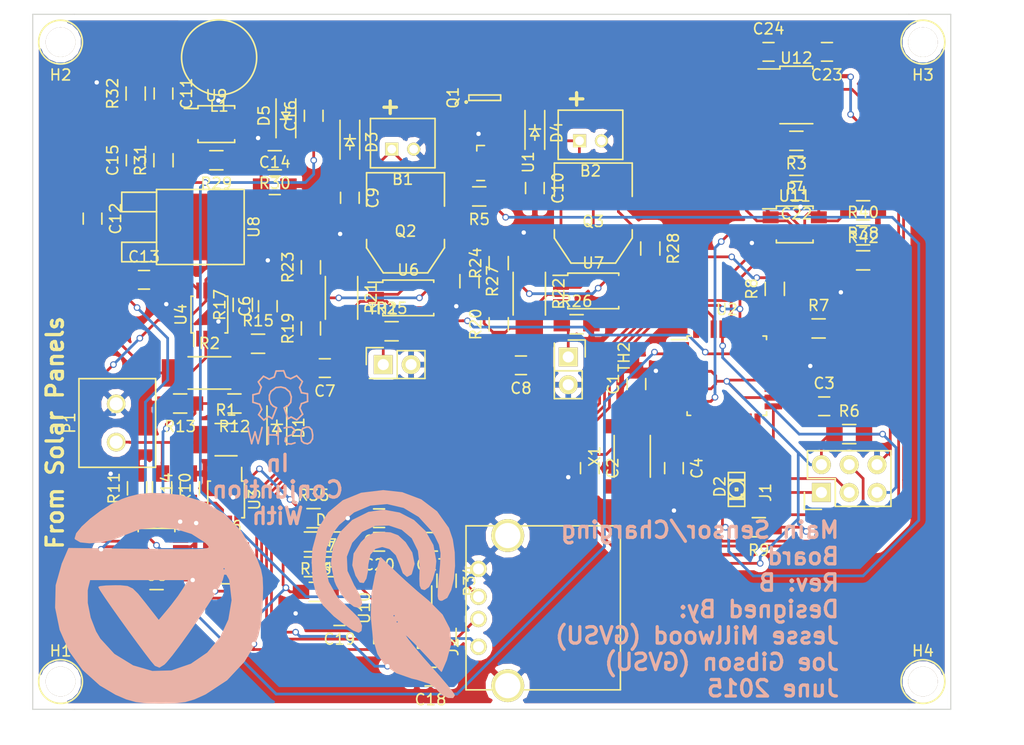
<source format=kicad_pcb>
(kicad_pcb (version 4) (host pcbnew "(after 2015-mar-04 BZR unknown)-product")
  (layers (0 F.Cu signal) (31 B.Cu signal) (34 B.Paste user) (35 F.Paste user) (36 B.SilkS user) (37 F.SilkS user) (38 B.Mask user) (39 F.Mask user) (44 Edge.Cuts user))
  (net 0 "")
  (net 1 "Net-(B1-Pad1)")
  (net 2 GND)
  (net 3 "Net-(B2-Pad1)")
  (net 4 "Net-(D2-Pad2)")
  (net 5 "Net-(D2-Pad1)")
  (net 6 "Net-(D6-Pad1)")
  (net 7 "Net-(D6-Pad2)")
  (net 8 "Net-(D7-Pad1)")
  (net 9 "Net-(D7-Pad2)")
  (net 10 "Net-(J1-Pad1)")
  (net 11 +3V3)
  (net 12 "Net-(J1-Pad3)")
  (net 13 "Net-(J1-Pad4)")
  (net 14 "Net-(J1-Pad5)")
  (net 15 +5V)
  (net 16 /ADC/Input-Current-H)
  (net 17 "Net-(Q2-Pad3)")
  (net 18 "Net-(Q2-Pad1)")
  (net 19 "Net-(Q3-Pad3)")
  (net 20 "Net-(Q3-Pad1)")
  (net 21 "/Battery Management/Battery-Vout")
  (net 22 /Microcontroller/PPM_STAT)
  (net 23 "Net-(Q1-Pad2)")
  (net 24 /ADC/Input-Current-L)
  (net 25 "Net-(U2-Pad1)")
  (net 26 /Microcontroller/AT-Alert)
  (net 27 "/Environment Sensors/ENV_OS")
  (net 28 "/Environment Sensors/ENV_AL_L")
  (net 29 "/Environment Sensors/ENV_AL_H")
  (net 30 "Net-(U2-Pad13)")
  (net 31 "Net-(U2-Pad19)")
  (net 32 "Net-(U2-Pad22)")
  (net 33 /Microcontroller/AT-BAT1-STAT)
  (net 34 /Microcontroller/AT-BAT2-STAT)
  (net 35 /Microcontroller/AT-SDA)
  (net 36 /Microcontroller/AT-SCL)
  (net 37 /Microcontroller/AT-RXD)
  (net 38 /Microcontroller/AT-TXD)
  (net 39 "Net-(U2-Pad32)")
  (net 40 /ADC/Output-Current-L)
  (net 41 /ADC/Output-Current-H)
  (net 42 "/+3.3V and +5V Regulation/LM_FB")
  (net 43 "Net-(U10-Pad2)")
  (net 44 "Net-(U10-Pad16)")
  (net 45 "Net-(U12-Pad7)")
  (net 46 "Net-(R7-Pad1)")
  (net 47 "Net-(R8-Pad1)")
  (net 48 "Net-(R10-Pad2)")
  (net 49 "Net-(R12-Pad2)")
  (net 50 "Net-(R19-Pad2)")
  (net 51 "Net-(R20-Pad2)")
  (net 52 "Net-(R25-Pad1)")
  (net 53 "Net-(R26-Pad1)")
  (net 54 "Net-(R27-Pad2)")
  (net 55 "Net-(R28-Pad2)")
  (net 56 "Net-(R29-Pad2)")
  (net 57 "Net-(R33-Pad2)")
  (net 58 "Net-(R34-Pad2)")
  (net 59 "Net-(C2-Pad1)")
  (net 60 "Net-(C4-Pad1)")
  (net 61 "Net-(C5-Pad1)")
  (net 62 "Net-(C5-Pad2)")
  (net 63 "Net-(C6-Pad1)")
  (net 64 "Net-(C6-Pad2)")
  (net 65 "Net-(C14-Pad1)")
  (net 66 "Net-(C17-Pad1)")
  (net 67 "Net-(C18-Pad1)")
  (net 68 "Net-(C24-Pad1)")
  (net 69 "Net-(X1-Pad3)")
  (net 70 "Net-(X1-Pad2)")
  (net 71 "Net-(D5-Pad2)")
  (net 72 "Net-(R38-Pad2)")
  (net 73 "Net-(R40-Pad1)")
  (net 74 "Net-(R42-Pad1)")
  (module Resistors_SMD:R_2010_HandSoldering (layer F.Cu) (at 146.304 79.502 270)
    (fp_text reference R22 (at 0 -2.7 270) (layer F.SilkS))
    (fp_text value "0.2, 1W")
    (pad 1 smd rect (at -3.15 0 270) (size 2.4 2.5) (layers F.Cu F.Paste F.Mask) (net 19 "Net-(Q3-Pad3)"))
    (pad 2 smd rect (at 3.15 0 270) (size 2.4 2.5) (layers F.Cu F.Paste F.Mask) (net 24 /ADC/Input-Current-L))
  )
  (module Capacitors_SMD:C_0805_HandSoldering (layer F.Cu) (at 156.083 87.757 90)
    (fp_text reference C1 (at 0 -2.1 90) (layer F.SilkS))
    (fp_text value 1uF)
    (pad 1 smd rect (at -1.25 0 90) (size 1.5 1.25) (layers F.Cu F.Paste F.Mask) (net 11 +3V3))
    (pad 2 smd rect (at 1.25 0 90) (size 1.5 1.25) (layers F.Cu F.Paste F.Mask) (net 2 GND))
  )
  (module Capacitors_SMD:C_0805_HandSoldering (layer F.Cu) (at 151.8285 95.4405 270)
    (fp_text reference C2 (at 0 -2.1 270) (layer F.SilkS))
    (fp_text value 6pF)
    (pad 1 smd rect (at -1.25 0 270) (size 1.5 1.25) (layers F.Cu F.Paste F.Mask) (net 59 "Net-(C2-Pad1)"))
    (pad 2 smd rect (at 1.25 0 270) (size 1.5 1.25) (layers F.Cu F.Paste F.Mask) (net 2 GND))
  )
  (module Capacitors_SMD:C_0805_HandSoldering (layer F.Cu) (at 173.228 89.789)
    (fp_text reference C3 (at 0 -2.1) (layer F.SilkS))
    (fp_text value 1uF)
    (pad 1 smd rect (at -1.25 0) (size 1.5 1.25) (layers F.Cu F.Paste F.Mask) (net 11 +3V3))
    (pad 2 smd rect (at 1.25 0) (size 1.5 1.25) (layers F.Cu F.Paste F.Mask) (net 2 GND))
  )
  (module Capacitors_SMD:C_0805_HandSoldering (layer F.Cu) (at 159.512 95.4405 270)
    (fp_text reference C4 (at 0 -2.1 270) (layer F.SilkS))
    (fp_text value 6pF)
    (pad 1 smd rect (at -1.25 0 270) (size 1.5 1.25) (layers F.Cu F.Paste F.Mask) (net 60 "Net-(C4-Pad1)"))
    (pad 2 smd rect (at 1.25 0 270) (size 1.5 1.25) (layers F.Cu F.Paste F.Mask) (net 2 GND))
  )
  (module Capacitors_SMD:C_0805_HandSoldering (layer F.Cu) (at 118.618 105.156)
    (fp_text reference C5 (at 0 -2.1) (layer F.SilkS))
    (fp_text value 0.1uF)
    (pad 1 smd rect (at -1.25 0) (size 1.5 1.25) (layers F.Cu F.Paste F.Mask) (net 61 "Net-(C5-Pad1)"))
    (pad 2 smd rect (at 1.25 0) (size 1.5 1.25) (layers F.Cu F.Paste F.Mask) (net 62 "Net-(C5-Pad2)"))
  )
  (module Capacitors_SMD:C_0805_HandSoldering (layer F.Cu) (at 122.428 80.645 90)
    (fp_text reference C6 (at 0 -2.1 90) (layer F.SilkS))
    (fp_text value 0.1uF)
    (pad 1 smd rect (at -1.25 0 90) (size 1.5 1.25) (layers F.Cu F.Paste F.Mask) (net 63 "Net-(C6-Pad1)"))
    (pad 2 smd rect (at 1.25 0 90) (size 1.5 1.25) (layers F.Cu F.Paste F.Mask) (net 64 "Net-(C6-Pad2)"))
  )
  (module Capacitors_SMD:C_0805_HandSoldering (layer F.Cu) (at 127.635 86.2965 180)
    (fp_text reference C7 (at 0 -2.1 180) (layer F.SilkS))
    (fp_text value 0.1uF)
    (pad 1 smd rect (at -1.25 0 180) (size 1.5 1.25) (layers F.Cu F.Paste F.Mask) (net 24 /ADC/Input-Current-L))
    (pad 2 smd rect (at 1.25 0 180) (size 1.5 1.25) (layers F.Cu F.Paste F.Mask) (net 2 GND))
  )
  (module Capacitors_SMD:C_0805_HandSoldering (layer F.Cu) (at 145.542 86.0425 180)
    (fp_text reference C8 (at 0 -2.1 180) (layer F.SilkS))
    (fp_text value 0.1uF)
    (pad 1 smd rect (at -1.25 0 180) (size 1.5 1.25) (layers F.Cu F.Paste F.Mask) (net 24 /ADC/Input-Current-L))
    (pad 2 smd rect (at 1.25 0 180) (size 1.5 1.25) (layers F.Cu F.Paste F.Mask) (net 2 GND))
  )
  (module Capacitors_SMD:C_0805_HandSoldering (layer F.Cu) (at 129.921 70.739 270)
    (fp_text reference C9 (at 0 -2.1 270) (layer F.SilkS))
    (fp_text value 0.1uF)
    (pad 1 smd rect (at -1.25 0 270) (size 1.5 1.25) (layers F.Cu F.Paste F.Mask) (net 1 "Net-(B1-Pad1)"))
    (pad 2 smd rect (at 1.25 0 270) (size 1.5 1.25) (layers F.Cu F.Paste F.Mask) (net 2 GND))
  )
  (module Capacitors_SMD:C_0805_HandSoldering (layer F.Cu) (at 146.812 69.85 270)
    (fp_text reference C10 (at 0 -2.1 270) (layer F.SilkS))
    (fp_text value 0.1uF)
    (pad 1 smd rect (at -1.25 0 270) (size 1.5 1.25) (layers F.Cu F.Paste F.Mask) (net 3 "Net-(B2-Pad1)"))
    (pad 2 smd rect (at 1.25 0 270) (size 1.5 1.25) (layers F.Cu F.Paste F.Mask) (net 2 GND))
  )
  (module Capacitors_SMD:C_0805_HandSoldering (layer F.Cu) (at 112.903 61.214 270)
    (fp_text reference C11 (at 0 -2.1 270) (layer F.SilkS))
    (fp_text value "22uF Tant")
    (pad 1 smd rect (at -1.25 0 270) (size 1.5 1.25) (layers F.Cu F.Paste F.Mask) (net 40 /ADC/Output-Current-L))
    (pad 2 smd rect (at 1.25 0 270) (size 1.5 1.25) (layers F.Cu F.Paste F.Mask) (net 2 GND))
  )
  (module Capacitors_SMD:C_0805_HandSoldering (layer F.Cu) (at 106.426 72.644 270)
    (fp_text reference C12 (at 0 -2.1 270) (layer F.SilkS))
    (fp_text value 1uF)
    (pad 1 smd rect (at -1.25 0 270) (size 1.5 1.25) (layers F.Cu F.Paste F.Mask) (net 40 /ADC/Output-Current-L))
    (pad 2 smd rect (at 1.25 0 270) (size 1.5 1.25) (layers F.Cu F.Paste F.Mask) (net 2 GND))
  )
  (module Capacitors_SMD:C_0805_HandSoldering (layer F.Cu) (at 111.125 78.232)
    (fp_text reference C13 (at 0 -2.1) (layer F.SilkS))
    (fp_text value 1uF)
    (pad 1 smd rect (at -1.25 0) (size 1.5 1.25) (layers F.Cu F.Paste F.Mask) (net 11 +3V3))
    (pad 2 smd rect (at 1.25 0) (size 1.5 1.25) (layers F.Cu F.Paste F.Mask) (net 2 GND))
  )
  (module Capacitors_SMD:C_0805_HandSoldering (layer F.Cu) (at 123.063 69.596)
    (fp_text reference C14 (at 0 -2.1) (layer F.SilkS))
    (fp_text value 1uF)
    (pad 1 smd rect (at -1.25 0) (size 1.5 1.25) (layers F.Cu F.Paste F.Mask) (net 65 "Net-(C14-Pad1)"))
    (pad 2 smd rect (at 1.25 0) (size 1.5 1.25) (layers F.Cu F.Paste F.Mask) (net 2 GND))
  )
  (module Capacitors_SMD:C_0805_HandSoldering (layer F.Cu) (at 110.363 67.31 90)
    (fp_text reference C15 (at 0 -2.1 90) (layer F.SilkS))
    (fp_text value 39pF)
    (pad 1 smd rect (at -1.25 0 90) (size 1.5 1.25) (layers F.Cu F.Paste F.Mask) (net 15 +5V))
    (pad 2 smd rect (at 1.25 0 90) (size 1.5 1.25) (layers F.Cu F.Paste F.Mask) (net 42 "/+3.3V and +5V Regulation/LM_FB"))
  )
  (module Capacitors_SMD:C_0805_HandSoldering (layer F.Cu) (at 126.619 63.246 90)
    (fp_text reference C16 (at 0 -2.1 90) (layer F.SilkS))
    (fp_text value "68uF Tant")
    (pad 1 smd rect (at -1.25 0 90) (size 1.5 1.25) (layers F.Cu F.Paste F.Mask) (net 15 +5V))
    (pad 2 smd rect (at 1.25 0 90) (size 1.5 1.25) (layers F.Cu F.Paste F.Mask) (net 2 GND))
  )
  (module Capacitors_SMD:C_0805_HandSoldering (layer F.Cu) (at 137.414 102.1715 180)
    (fp_text reference C17 (at 0 -2.1 180) (layer F.SilkS))
    (fp_text value 47pF)
    (pad 1 smd rect (at -1.25 0 180) (size 1.5 1.25) (layers F.Cu F.Paste F.Mask) (net 66 "Net-(C17-Pad1)"))
    (pad 2 smd rect (at 1.25 0 180) (size 1.5 1.25) (layers F.Cu F.Paste F.Mask) (net 2 GND))
  )
  (module Capacitors_SMD:C_0805_HandSoldering (layer F.Cu) (at 137.287 114.4905 180)
    (fp_text reference C18 (at 0 -2.1 180) (layer F.SilkS))
    (fp_text value 47pF)
    (pad 1 smd rect (at -1.25 0 180) (size 1.5 1.25) (layers F.Cu F.Paste F.Mask) (net 67 "Net-(C18-Pad1)"))
    (pad 2 smd rect (at 1.25 0 180) (size 1.5 1.25) (layers F.Cu F.Paste F.Mask) (net 2 GND))
  )
  (module Capacitors_SMD:C_0805_HandSoldering (layer F.Cu) (at 128.9685 108.966 180)
    (fp_text reference C19 (at 0 -2.1 180) (layer F.SilkS))
    (fp_text value 100nF)
    (pad 1 smd rect (at -1.25 0 180) (size 1.5 1.25) (layers F.Cu F.Paste F.Mask) (net 11 +3V3))
    (pad 2 smd rect (at 1.25 0 180) (size 1.5 1.25) (layers F.Cu F.Paste F.Mask) (net 2 GND))
  )
  (module Capacitors_SMD:C_0805_HandSoldering (layer F.Cu) (at 132.588 102.1715 180)
    (fp_text reference C20 (at 0 -2.1 180) (layer F.SilkS))
    (fp_text value 100nF)
    (pad 1 smd rect (at -1.25 0 180) (size 1.5 1.25) (layers F.Cu F.Paste F.Mask) (net 11 +3V3))
    (pad 2 smd rect (at 1.25 0 180) (size 1.5 1.25) (layers F.Cu F.Paste F.Mask) (net 2 GND))
  )
  (module Capacitors_SMD:C_0805_HandSoldering (layer F.Cu) (at 132.588 100.0125 180)
    (fp_text reference C21 (at 0 -2.1 180) (layer F.SilkS))
    (fp_text value 4.7uF)
    (pad 1 smd rect (at -1.25 0 180) (size 1.5 1.25) (layers F.Cu F.Paste F.Mask) (net 11 +3V3))
    (pad 2 smd rect (at 1.25 0 180) (size 1.5 1.25) (layers F.Cu F.Paste F.Mask) (net 2 GND))
  )
  (module Capacitors_SMD:C_0805_HandSoldering (layer F.Cu) (at 170.688 70.104 180)
    (fp_text reference C22 (at 0 -2.1 180) (layer F.SilkS))
    (fp_text value 0.1uF)
    (pad 1 smd rect (at -1.25 0 180) (size 1.5 1.25) (layers F.Cu F.Paste F.Mask) (net 11 +3V3))
    (pad 2 smd rect (at 1.25 0 180) (size 1.5 1.25) (layers F.Cu F.Paste F.Mask) (net 2 GND))
  )
  (module Capacitors_SMD:C_0805_HandSoldering (layer F.Cu) (at 173.482 57.404 180)
    (fp_text reference C23 (at 0 -2.1 180) (layer F.SilkS))
    (fp_text value 0.22uF)
    (pad 1 smd rect (at -1.25 0 180) (size 1.5 1.25) (layers F.Cu F.Paste F.Mask) (net 11 +3V3))
    (pad 2 smd rect (at 1.25 0 180) (size 1.5 1.25) (layers F.Cu F.Paste F.Mask) (net 2 GND))
  )
  (module Capacitors_SMD:C_0805_HandSoldering (layer F.Cu) (at 168.148 57.404)
    (fp_text reference C24 (at 0 -2.1) (layer F.SilkS))
    (fp_text value 0.1)
    (pad 1 smd rect (at -1.25 0) (size 1.5 1.25) (layers F.Cu F.Paste F.Mask) (net 68 "Net-(C24-Pad1)"))
    (pad 2 smd rect (at 1.25 0) (size 1.5 1.25) (layers F.Cu F.Paste F.Mask) (net 2 GND))
  )
  (module Diodes_SMD:SOD-123 (layer F.Cu) (at 123.2535 91.7575 270)
    (fp_text reference D1 (at 0 -2 270) (layer F.SilkS))
    (fp_text value 1N5819)
    (pad 1 smd rect (at -1.635 0 270) (size 0.91 1.22) (layers F.Cu F.Paste F.Mask) (net 41 /ADC/Output-Current-H))
    (pad 2 smd rect (at 1.635 0 270) (size 0.91 1.22) (layers F.Cu F.Paste F.Mask) (net 24 /ADC/Input-Current-L))
  )
  (module LEDs:LED-1206 (layer F.Cu) (at 165.227 97.38614 90)
    (fp_text reference D2 (at 0.254 -1.524 90) (layer F.SilkS))
    (fp_text value LED)
    (pad 2 smd rect (at 1.41986 0 270) (size 1.59766 1.80086) (layers F.Cu F.Paste F.Mask) (net 4 "Net-(D2-Pad2)"))
    (pad 1 smd rect (at -1.41986 0 270) (size 1.59766 1.80086) (layers F.Cu F.Paste F.Mask) (net 5 "Net-(D2-Pad1)"))
  )
  (module Diodes_SMD:SOD-123 (layer F.Cu) (at 129.921 65.659 270)
    (fp_text reference D3 (at 0 -2 270) (layer F.SilkS))
    (fp_text value 1N5819)
    (pad 1 smd rect (at -1.635 0 270) (size 0.91 1.22) (layers F.Cu F.Paste F.Mask) (net 21 "/Battery Management/Battery-Vout"))
    (pad 2 smd rect (at 1.635 0 270) (size 0.91 1.22) (layers F.Cu F.Paste F.Mask) (net 1 "Net-(B1-Pad1)"))
  )
  (module Diodes_SMD:SOD-123 (layer F.Cu) (at 146.812 64.77 270)
    (fp_text reference D4 (at 0 -2 270) (layer F.SilkS))
    (fp_text value 1N5819)
    (pad 1 smd rect (at -1.635 0 270) (size 0.91 1.22) (layers F.Cu F.Paste F.Mask) (net 21 "/Battery Management/Battery-Vout"))
    (pad 2 smd rect (at 1.635 0 270) (size 0.91 1.22) (layers F.Cu F.Paste F.Mask) (net 3 "Net-(B2-Pad1)"))
  )
  (module Diodes_SMD:SOD-123 (layer F.Cu) (at 124.079 63.246 90)
    (fp_text reference D5 (at 0 -2 90) (layer F.SilkS))
    (fp_text value Diode-Shottky)
    (pad 1 smd rect (at -1.635 0 90) (size 0.91 1.22) (layers F.Cu F.Paste F.Mask) (net 15 +5V))
    (pad 2 smd rect (at 1.635 0 90) (size 0.91 1.22) (layers F.Cu F.Paste F.Mask) (net 71 "Net-(D5-Pad2)"))
  )
  (module Diodes_SMD:SOD-123 (layer F.Cu) (at 127.762 102.1715)
    (fp_text reference D6 (at 0 -2) (layer F.SilkS))
    (fp_text value GRN)
    (pad 1 smd rect (at -1.635 0) (size 0.91 1.22) (layers F.Cu F.Paste F.Mask) (net 6 "Net-(D6-Pad1)"))
    (pad 2 smd rect (at 1.635 0) (size 0.91 1.22) (layers F.Cu F.Paste F.Mask) (net 7 "Net-(D6-Pad2)"))
  )
  (module Diodes_SMD:SOD-123 (layer F.Cu) (at 127.762 104.4575)
    (fp_text reference D7 (at 0 -2) (layer F.SilkS))
    (fp_text value LED)
    (pad 1 smd rect (at -1.635 0) (size 0.91 1.22) (layers F.Cu F.Paste F.Mask) (net 8 "Net-(D7-Pad1)"))
    (pad 2 smd rect (at 1.635 0) (size 0.91 1.22) (layers F.Cu F.Paste F.Mask) (net 9 "Net-(D7-Pad2)"))
  )
  (module Pin_Headers:Pin_Header_Straight_2x03 (layer F.Cu) (at 172.974 97.663 90)
    (fp_text reference J1 (at 0 -5.1 90) (layer F.SilkS))
    (fp_text value ICSP)
    (pad 1 thru_hole rect (at 0 0 90) (size 1.7272 1.7272) (drill 1.016) (layers *.Cu *.Mask F.SilkS) (net 10 "Net-(J1-Pad1)"))
    (pad 2 thru_hole oval (at 2.54 0 90) (size 1.7272 1.7272) (drill 1.016) (layers *.Cu *.Mask F.SilkS) (net 11 +3V3))
    (pad 3 thru_hole oval (at 0 2.54 90) (size 1.7272 1.7272) (drill 1.016) (layers *.Cu *.Mask F.SilkS) (net 12 "Net-(J1-Pad3)"))
    (pad 4 thru_hole oval (at 2.54 2.54 90) (size 1.7272 1.7272) (drill 1.016) (layers *.Cu *.Mask F.SilkS) (net 13 "Net-(J1-Pad4)"))
    (pad 5 thru_hole oval (at 0 5.08 90) (size 1.7272 1.7272) (drill 1.016) (layers *.Cu *.Mask F.SilkS) (net 14 "Net-(J1-Pad5)"))
    (pad 6 thru_hole oval (at 2.54 5.08 90) (size 1.7272 1.7272) (drill 1.016) (layers *.Cu *.Mask F.SilkS) (net 2 GND))
  )
  (module Connect:USB_A (layer F.Cu) (at 141.67062 111.76086 90)
    (fp_text reference J2 (at 0 -2.35 90) (layer F.SilkS))
    (fp_text value USB)
    (pad 4 thru_hole circle (at 7.11286 -0.00212) (size 1.50114 1.50114) (drill 1.00076) (layers *.Cu *.Mask F.SilkS) (net 2 GND))
    (pad 3 thru_hole circle (at 4.57286 -0.00212) (size 1.50114 1.50114) (drill 1.00076) (layers *.Cu *.Mask F.SilkS) (net 66 "Net-(C17-Pad1)"))
    (pad 2 thru_hole circle (at 2.54086 -0.00212) (size 1.50114 1.50114) (drill 1.00076) (layers *.Cu *.Mask F.SilkS) (net 67 "Net-(C18-Pad1)"))
    (pad 1 thru_hole circle (at 0.00086 -0.00212) (size 1.50114 1.50114) (drill 1.00076) (layers *.Cu *.Mask F.SilkS) (net 15 +5V))
    (pad 5 thru_hole circle (at 10.16086 2.66488) (size 2.99974 2.99974) (drill 2.30124) (layers *.Cu *.Mask F.SilkS) (net 2 GND))
    (pad 5 thru_hole circle (at -3.55514 2.66488) (size 2.99974 2.99974) (drill 2.30124) (layers *.Cu *.Mask F.SilkS) (net 2 GND))
  )
  (module SMD_Packages:SOT-223 (layer F.Cu) (at 135.001 73.025 180)
    (fp_text reference Q2 (at 0 -0.762 180) (layer F.SilkS))
    (fp_text value FZT788B)
    (pad 4 smd rect (at 0 -3.302 180) (size 3.6576 2.032) (layers F.Cu F.Paste F.Mask) (net 1 "Net-(B1-Pad1)"))
    (pad 2 smd rect (at 0 3.302 180) (size 1.016 2.032) (layers F.Cu F.Paste F.Mask) (net 1 "Net-(B1-Pad1)"))
    (pad 3 smd rect (at 2.286 3.302 180) (size 1.016 2.032) (layers F.Cu F.Paste F.Mask) (net 17 "Net-(Q2-Pad3)"))
    (pad 1 smd rect (at -2.286 3.302 180) (size 1.016 2.032) (layers F.Cu F.Paste F.Mask) (net 18 "Net-(Q2-Pad1)"))
  )
  (module SMD_Packages:SOT-223 (layer F.Cu) (at 152.146 72.136 180)
    (fp_text reference Q3 (at 0 -0.762 180) (layer F.SilkS))
    (fp_text value FZT788B)
    (pad 4 smd rect (at 0 -3.302 180) (size 3.6576 2.032) (layers F.Cu F.Paste F.Mask) (net 3 "Net-(B2-Pad1)"))
    (pad 2 smd rect (at 0 3.302 180) (size 1.016 2.032) (layers F.Cu F.Paste F.Mask) (net 3 "Net-(B2-Pad1)"))
    (pad 3 smd rect (at 2.286 3.302 180) (size 1.016 2.032) (layers F.Cu F.Paste F.Mask) (net 19 "Net-(Q3-Pad3)"))
    (pad 1 smd rect (at -2.286 3.302 180) (size 1.016 2.032) (layers F.Cu F.Paste F.Mask) (net 20 "Net-(Q3-Pad1)"))
  )
  (module Resistors_SMD:R_1210_HandSoldering (layer F.Cu) (at 118.618 92.837)
    (fp_text reference R1 (at 0 -2.7) (layer F.SilkS))
    (fp_text value Res)
    (pad 1 smd rect (at -2 0) (size 2 2.5) (layers F.Cu F.Paste F.Mask) (net 16 /ADC/Input-Current-H))
    (pad 2 smd rect (at 2 0) (size 2 2.5) (layers F.Cu F.Paste F.Mask) (net 24 /ADC/Input-Current-L))
  )
  (module Resistors_SMD:R_2010_HandSoldering (layer F.Cu) (at 117.094 86.741)
    (fp_text reference R2 (at 0 -2.7) (layer F.SilkS))
    (fp_text value 0.5,1W)
    (pad 1 smd rect (at -3.15 0) (size 2.4 2.5) (layers F.Cu F.Paste F.Mask) (net 40 /ADC/Output-Current-L))
    (pad 2 smd rect (at 3.15 0) (size 2.4 2.5) (layers F.Cu F.Paste F.Mask) (net 41 /ADC/Output-Current-H))
  )
  (module Resistors_SMD:R_0805_HandSoldering (layer F.Cu) (at 170.688 65.532 180)
    (fp_text reference R3 (at 0 -2.1 180) (layer F.SilkS))
    (fp_text value 10k)
    (pad 1 smd rect (at -1.35 0 180) (size 1.5 1.3) (layers F.Cu F.Paste F.Mask) (net 11 +3V3))
    (pad 2 smd rect (at 1.35 0 180) (size 1.5 1.3) (layers F.Cu F.Paste F.Mask) (net 36 /Microcontroller/AT-SCL))
  )
  (module Resistors_SMD:R_0805_HandSoldering (layer F.Cu) (at 170.688 67.818 180)
    (fp_text reference R4 (at 0 -2.1 180) (layer F.SilkS))
    (fp_text value 10k)
    (pad 1 smd rect (at -1.35 0 180) (size 1.5 1.3) (layers F.Cu F.Paste F.Mask) (net 11 +3V3))
    (pad 2 smd rect (at 1.35 0 180) (size 1.5 1.3) (layers F.Cu F.Paste F.Mask) (net 35 /Microcontroller/AT-SDA))
  )
  (module Resistors_SMD:R_0805_HandSoldering (layer F.Cu) (at 141.732 70.612 180)
    (fp_text reference R5 (at 0 -2.1 180) (layer F.SilkS))
    (fp_text value 470k)
    (pad 1 smd rect (at -1.35 0 180) (size 1.5 1.3) (layers F.Cu F.Paste F.Mask) (net 22 /Microcontroller/PPM_STAT))
    (pad 2 smd rect (at 1.35 0 180) (size 1.5 1.3) (layers F.Cu F.Paste F.Mask) (net 21 "/Battery Management/Battery-Vout"))
  )
  (module Resistors_SMD:R_0805_HandSoldering (layer F.Cu) (at 175.514 92.329)
    (fp_text reference R6 (at 0 -2.1) (layer F.SilkS))
    (fp_text value 10k)
    (pad 1 smd rect (at -1.35 0) (size 1.5 1.3) (layers F.Cu F.Paste F.Mask) (net 11 +3V3))
    (pad 2 smd rect (at 1.35 0) (size 1.5 1.3) (layers F.Cu F.Paste F.Mask) (net 14 "Net-(J1-Pad5)"))
  )
  (module Resistors_SMD:R_0805_HandSoldering (layer F.Cu) (at 172.72 82.677)
    (fp_text reference R7 (at 0 -2.1) (layer F.SilkS))
    (fp_text value 1k)
    (pad 1 smd rect (at -1.35 0) (size 1.5 1.3) (layers F.Cu F.Paste F.Mask) (net 46 "Net-(R7-Pad1)"))
    (pad 2 smd rect (at 1.35 0) (size 1.5 1.3) (layers F.Cu F.Paste F.Mask) (net 33 /Microcontroller/AT-BAT1-STAT))
  )
  (module Resistors_SMD:R_0805_HandSoldering (layer F.Cu) (at 168.7195 79.0575 90)
    (fp_text reference R8 (at 0 -2.1 90) (layer F.SilkS))
    (fp_text value 1k)
    (pad 1 smd rect (at -1.35 0 90) (size 1.5 1.3) (layers F.Cu F.Paste F.Mask) (net 47 "Net-(R8-Pad1)"))
    (pad 2 smd rect (at 1.35 0 90) (size 1.5 1.3) (layers F.Cu F.Paste F.Mask) (net 34 /Microcontroller/AT-BAT2-STAT))
  )
  (module Resistors_SMD:R_0805_HandSoldering (layer F.Cu) (at 167.259 100.838 180)
    (fp_text reference R9 (at 0 -2.1 180) (layer F.SilkS))
    (fp_text value 730)
    (pad 1 smd rect (at -1.35 0 180) (size 1.5 1.3) (layers F.Cu F.Paste F.Mask) (net 11 +3V3))
    (pad 2 smd rect (at 1.35 0 180) (size 1.5 1.3) (layers F.Cu F.Paste F.Mask) (net 5 "Net-(D2-Pad1)"))
  )
  (module Resistors_SMD:R_0805_HandSoldering (layer F.Cu) (at 112.776 97.282 270)
    (fp_text reference R10 (at 0 -2.1 270) (layer F.SilkS))
    (fp_text value 1540)
    (pad 1 smd rect (at -1.35 0 270) (size 1.5 1.3) (layers F.Cu F.Paste F.Mask) (net 16 /ADC/Input-Current-H))
    (pad 2 smd rect (at 1.35 0 270) (size 1.5 1.3) (layers F.Cu F.Paste F.Mask) (net 48 "Net-(R10-Pad2)"))
  )
  (module Resistors_SMD:R_0805_HandSoldering (layer F.Cu) (at 110.49 97.282 90)
    (fp_text reference R11 (at 0 -2.1 90) (layer F.SilkS))
    (fp_text value 2100)
    (pad 1 smd rect (at -1.35 0 90) (size 1.5 1.3) (layers F.Cu F.Paste F.Mask) (net 48 "Net-(R10-Pad2)"))
    (pad 2 smd rect (at 1.35 0 90) (size 1.5 1.3) (layers F.Cu F.Paste F.Mask) (net 2 GND))
  )
  (module Resistors_SMD:R_0805_HandSoldering (layer F.Cu) (at 119.38 89.535 180)
    (fp_text reference R12 (at 0 -2.1 180) (layer F.SilkS))
    (fp_text value 1540)
    (pad 1 smd rect (at -1.35 0 180) (size 1.5 1.3) (layers F.Cu F.Paste F.Mask) (net 41 /ADC/Output-Current-H))
    (pad 2 smd rect (at 1.35 0 180) (size 1.5 1.3) (layers F.Cu F.Paste F.Mask) (net 49 "Net-(R12-Pad2)"))
  )
  (module Resistors_SMD:R_0805_HandSoldering (layer F.Cu) (at 114.427 89.535 180)
    (fp_text reference R13 (at 0 -2.1 180) (layer F.SilkS))
    (fp_text value 2100)
    (pad 1 smd rect (at -1.35 0 180) (size 1.5 1.3) (layers F.Cu F.Paste F.Mask) (net 49 "Net-(R12-Pad2)"))
    (pad 2 smd rect (at 1.35 0 180) (size 1.5 1.3) (layers F.Cu F.Paste F.Mask) (net 2 GND))
  )
  (module Resistors_SMD:R_0805_HandSoldering (layer F.Cu) (at 115.316 97.282 90)
    (fp_text reference R14 (at 0 -2.1 90) (layer F.SilkS))
    (fp_text value 200k)
    (pad 1 smd rect (at -1.35 0 90) (size 1.5 1.3) (layers F.Cu F.Paste F.Mask) (net 61 "Net-(C5-Pad1)"))
    (pad 2 smd rect (at 1.35 0 90) (size 1.5 1.3) (layers F.Cu F.Paste F.Mask) (net 2 GND))
  )
  (module Resistors_SMD:R_0805_HandSoldering (layer F.Cu) (at 121.539 84.074)
    (fp_text reference R15 (at 0 -2.1) (layer F.SilkS))
    (fp_text value 200k)
    (pad 1 smd rect (at -1.35 0) (size 1.5 1.3) (layers F.Cu F.Paste F.Mask) (net 63 "Net-(C6-Pad1)"))
    (pad 2 smd rect (at 1.35 0) (size 1.5 1.3) (layers F.Cu F.Paste F.Mask) (net 2 GND))
  )
  (module Resistors_SMD:R_0805_HandSoldering (layer F.Cu) (at 118.618 102.87)
    (fp_text reference R16 (at 0 -2.1) (layer F.SilkS))
    (fp_text value 2550)
    (pad 1 smd rect (at -1.35 0) (size 1.5 1.3) (layers F.Cu F.Paste F.Mask) (net 61 "Net-(C5-Pad1)"))
    (pad 2 smd rect (at 1.35 0) (size 1.5 1.3) (layers F.Cu F.Paste F.Mask) (net 62 "Net-(C5-Pad2)"))
  )
  (module Resistors_SMD:R_0805_HandSoldering (layer F.Cu) (at 120.142 80.518 90)
    (fp_text reference R17 (at 0 -2.1 90) (layer F.SilkS))
    (fp_text value Res)
    (pad 1 smd rect (at -1.35 0 90) (size 1.5 1.3) (layers F.Cu F.Paste F.Mask) (net 63 "Net-(C6-Pad1)"))
    (pad 2 smd rect (at 1.35 0 90) (size 1.5 1.3) (layers F.Cu F.Paste F.Mask) (net 64 "Net-(C6-Pad2)"))
  )
  (module Resistors_SMD:R_0805_HandSoldering (layer F.Cu) (at 112.268 105.664)
    (fp_text reference R18 (at 0 -2.1) (layer F.SilkS))
    (fp_text value 10k)
    (pad 1 smd rect (at -1.35 0) (size 1.5 1.3) (layers F.Cu F.Paste F.Mask) (net 11 +3V3))
    (pad 2 smd rect (at 1.35 0) (size 1.5 1.3) (layers F.Cu F.Paste F.Mask) (net 26 /Microcontroller/AT-Alert))
  )
  (module Resistors_SMD:R_0805_HandSoldering (layer F.Cu) (at 126.365 82.677 90)
    (fp_text reference R19 (at 0 -2.1 90) (layer F.SilkS))
    (fp_text value 10k)
    (pad 1 smd rect (at -1.35 0 90) (size 1.5 1.3) (layers F.Cu F.Paste F.Mask) (net 24 /ADC/Input-Current-L))
    (pad 2 smd rect (at 1.35 0 90) (size 1.5 1.3) (layers F.Cu F.Paste F.Mask) (net 50 "Net-(R19-Pad2)"))
  )
  (module Resistors_SMD:R_0805_HandSoldering (layer F.Cu) (at 143.51 82.296 90)
    (fp_text reference R20 (at 0 -2.1 90) (layer F.SilkS))
    (fp_text value 10k)
    (pad 1 smd rect (at -1.35 0 90) (size 1.5 1.3) (layers F.Cu F.Paste F.Mask) (net 24 /ADC/Input-Current-L))
    (pad 2 smd rect (at 1.35 0 90) (size 1.5 1.3) (layers F.Cu F.Paste F.Mask) (net 51 "Net-(R20-Pad2)"))
  )
  (module Resistors_SMD:R_2010_HandSoldering (layer F.Cu) (at 129.159 79.883 270)
    (fp_text reference R21 (at 0 -2.7 270) (layer F.SilkS))
    (fp_text value "0.2, 1W")
    (pad 1 smd rect (at -3.15 0 270) (size 2.4 2.5) (layers F.Cu F.Paste F.Mask) (net 17 "Net-(Q2-Pad3)"))
    (pad 2 smd rect (at 3.15 0 270) (size 2.4 2.5) (layers F.Cu F.Paste F.Mask) (net 24 /ADC/Input-Current-L))
  )
  (module Resistors_SMD:R_0805_HandSoldering (layer F.Cu) (at 126.365 77.089 90)
    (fp_text reference R23 (at 0 -2.1 90) (layer F.SilkS))
    (fp_text value 5k)
    (pad 1 smd rect (at -1.35 0 90) (size 1.5 1.3) (layers F.Cu F.Paste F.Mask) (net 50 "Net-(R19-Pad2)"))
    (pad 2 smd rect (at 1.35 0 90) (size 1.5 1.3) (layers F.Cu F.Paste F.Mask) (net 17 "Net-(Q2-Pad3)"))
  )
  (module Resistors_SMD:R_0805_HandSoldering (layer F.Cu) (at 143.51 76.708 90)
    (fp_text reference R24 (at 0 -2.1 90) (layer F.SilkS))
    (fp_text value 5k)
    (pad 1 smd rect (at -1.35 0 90) (size 1.5 1.3) (layers F.Cu F.Paste F.Mask) (net 51 "Net-(R20-Pad2)"))
    (pad 2 smd rect (at 1.35 0 90) (size 1.5 1.3) (layers F.Cu F.Paste F.Mask) (net 19 "Net-(Q3-Pad3)"))
  )
  (module Resistors_SMD:R_0805_HandSoldering (layer F.Cu) (at 133.731 82.931)
    (fp_text reference R25 (at 0 -2.1) (layer F.SilkS))
    (fp_text value 49.9k)
    (pad 1 smd rect (at -1.35 0) (size 1.5 1.3) (layers F.Cu F.Paste F.Mask) (net 52 "Net-(R25-Pad1)"))
    (pad 2 smd rect (at 1.35 0) (size 1.5 1.3) (layers F.Cu F.Paste F.Mask) (net 2 GND))
  )
  (module Resistors_SMD:R_0805_HandSoldering (layer F.Cu) (at 150.622 82.296)
    (fp_text reference R26 (at 0 -2.1) (layer F.SilkS))
    (fp_text value 49.9k)
    (pad 1 smd rect (at -1.35 0) (size 1.5 1.3) (layers F.Cu F.Paste F.Mask) (net 53 "Net-(R26-Pad1)"))
    (pad 2 smd rect (at 1.35 0) (size 1.5 1.3) (layers F.Cu F.Paste F.Mask) (net 2 GND))
  )
  (module Resistors_SMD:R_0805_HandSoldering (layer F.Cu) (at 140.843 78.359 270)
    (fp_text reference R27 (at 0 -2.1 270) (layer F.SilkS))
    (fp_text value 1k)
    (pad 1 smd rect (at -1.35 0 270) (size 1.5 1.3) (layers F.Cu F.Paste F.Mask) (net 18 "Net-(Q2-Pad1)"))
    (pad 2 smd rect (at 1.35 0 270) (size 1.5 1.3) (layers F.Cu F.Paste F.Mask) (net 54 "Net-(R27-Pad2)"))
  )
  (module Resistors_SMD:R_0805_HandSoldering (layer F.Cu) (at 157.353 75.3745 270)
    (fp_text reference R28 (at 0 -2.1 270) (layer F.SilkS))
    (fp_text value 1k)
    (pad 1 smd rect (at -1.35 0 270) (size 1.5 1.3) (layers F.Cu F.Paste F.Mask) (net 20 "Net-(Q3-Pad1)"))
    (pad 2 smd rect (at 1.35 0 270) (size 1.5 1.3) (layers F.Cu F.Paste F.Mask) (net 55 "Net-(R28-Pad2)"))
  )
  (module Resistors_SMD:R_0805_HandSoldering (layer F.Cu) (at 117.729 67.31 180)
    (fp_text reference R29 (at 0 -2.1 180) (layer F.SilkS))
    (fp_text value 200k)
    (pad 1 smd rect (at -1.35 0 180) (size 1.5 1.3) (layers F.Cu F.Paste F.Mask) (net 65 "Net-(C14-Pad1)"))
    (pad 2 smd rect (at 1.35 0 180) (size 1.5 1.3) (layers F.Cu F.Paste F.Mask) (net 56 "Net-(R29-Pad2)"))
  )
  (module Resistors_SMD:R_0805_HandSoldering (layer F.Cu) (at 123.063 67.31 180)
    (fp_text reference R30 (at 0 -2.1 180) (layer F.SilkS))
    (fp_text value 49.9)
    (pad 1 smd rect (at -1.35 0 180) (size 1.5 1.3) (layers F.Cu F.Paste F.Mask) (net 15 +5V))
    (pad 2 smd rect (at 1.35 0 180) (size 1.5 1.3) (layers F.Cu F.Paste F.Mask) (net 65 "Net-(C14-Pad1)"))
  )
  (module Resistors_SMD:R_0805_HandSoldering (layer F.Cu) (at 112.903 67.31 90)
    (fp_text reference R31 (at 0 -2.1 90) (layer F.SilkS))
    (fp_text value 150k)
    (pad 1 smd rect (at -1.35 0 90) (size 1.5 1.3) (layers F.Cu F.Paste F.Mask) (net 15 +5V))
    (pad 2 smd rect (at 1.35 0 90) (size 1.5 1.3) (layers F.Cu F.Paste F.Mask) (net 42 "/+3.3V and +5V Regulation/LM_FB"))
  )
  (module Resistors_SMD:R_0805_HandSoldering (layer F.Cu) (at 110.363 61.214 90)
    (fp_text reference R32 (at 0 -2.1 90) (layer F.SilkS))
    (fp_text value 49.9k)
    (pad 1 smd rect (at -1.35 0 90) (size 1.5 1.3) (layers F.Cu F.Paste F.Mask) (net 42 "/+3.3V and +5V Regulation/LM_FB"))
    (pad 2 smd rect (at 1.35 0 90) (size 1.5 1.3) (layers F.Cu F.Paste F.Mask) (net 2 GND))
  )
  (module Resistors_SMD:R_0805_HandSoldering (layer F.Cu) (at 138.7475 110.6805 90)
    (fp_text reference R33 (at 0 -2.1 90) (layer F.SilkS))
    (fp_text value 27)
    (pad 1 smd rect (at -1.35 0 90) (size 1.5 1.3) (layers F.Cu F.Paste F.Mask) (net 67 "Net-(C18-Pad1)"))
    (pad 2 smd rect (at 1.35 0 90) (size 1.5 1.3) (layers F.Cu F.Paste F.Mask) (net 57 "Net-(R33-Pad2)"))
  )
  (module Resistors_SMD:R_0805_HandSoldering (layer F.Cu) (at 138.7475 105.7275 270)
    (fp_text reference R34 (at 0 -2.1 270) (layer F.SilkS))
    (fp_text value 27)
    (pad 1 smd rect (at -1.35 0 270) (size 1.5 1.3) (layers F.Cu F.Paste F.Mask) (net 66 "Net-(C17-Pad1)"))
    (pad 2 smd rect (at 1.35 0 270) (size 1.5 1.3) (layers F.Cu F.Paste F.Mask) (net 58 "Net-(R34-Pad2)"))
  )
  (module Resistors_SMD:R_0805_HandSoldering (layer F.Cu) (at 126.6025 100.0125)
    (fp_text reference R35 (at 0 -2.1) (layer F.SilkS))
    (fp_text value 730)
    (pad 1 smd rect (at -1.35 0) (size 1.5 1.3) (layers F.Cu F.Paste F.Mask) (net 11 +3V3))
    (pad 2 smd rect (at 1.35 0) (size 1.5 1.3) (layers F.Cu F.Paste F.Mask) (net 6 "Net-(D6-Pad1)"))
  )
  (module Resistors_SMD:R_0805_HandSoldering (layer F.Cu) (at 126.8095 106.7435)
    (fp_text reference R36 (at 0 -2.1) (layer F.SilkS))
    (fp_text value 730)
    (pad 1 smd rect (at -1.35 0) (size 1.5 1.3) (layers F.Cu F.Paste F.Mask) (net 11 +3V3))
    (pad 2 smd rect (at 1.35 0) (size 1.5 1.3) (layers F.Cu F.Paste F.Mask) (net 8 "Net-(D7-Pad1)"))
  )
  (module Resistors_SMD:R_0805_HandSoldering (layer F.Cu) (at 176.784 71.882 180)
    (fp_text reference R38 (at 0 -2.1 180) (layer F.SilkS))
    (fp_text value 10k)
    (pad 1 smd rect (at -1.35 0 180) (size 1.5 1.3) (layers F.Cu F.Paste F.Mask) (net 2 GND))
    (pad 2 smd rect (at 1.35 0 180) (size 1.5 1.3) (layers F.Cu F.Paste F.Mask) (net 72 "Net-(R38-Pad2)"))
  )
  (module Resistors_SMD:R_0805_HandSoldering (layer F.Cu) (at 176.784 74.168)
    (fp_text reference R40 (at 0 -2.1) (layer F.SilkS))
    (fp_text value 10k)
    (pad 1 smd rect (at -1.35 0) (size 1.5 1.3) (layers F.Cu F.Paste F.Mask) (net 73 "Net-(R40-Pad1)"))
    (pad 2 smd rect (at 1.35 0) (size 1.5 1.3) (layers F.Cu F.Paste F.Mask) (net 2 GND))
  )
  (module Resistors_SMD:R_0805_HandSoldering (layer F.Cu) (at 176.784 76.454)
    (fp_text reference R42 (at 0 -2.1) (layer F.SilkS))
    (fp_text value 10k)
    (pad 1 smd rect (at -1.35 0) (size 1.5 1.3) (layers F.Cu F.Paste F.Mask) (net 74 "Net-(R42-Pad1)"))
    (pad 2 smd rect (at 1.35 0) (size 1.5 1.3) (layers F.Cu F.Paste F.Mask) (net 2 GND))
  )
  (module Pin_Headers:Pin_Header_Straight_2x01 (layer F.Cu) (at 132.969 85.979)
    (fp_text reference TH1 (at 0 -5.1) (layer F.SilkS))
    (fp_text value NTC)
    (pad 1 thru_hole rect (at 0 0) (size 1.7272 1.7272) (drill 1.016) (layers *.Cu *.Mask F.SilkS) (net 52 "Net-(R25-Pad1)"))
    (pad 2 thru_hole oval (at 2.54 0) (size 1.7272 1.7272) (drill 1.016) (layers *.Cu *.Mask F.SilkS) (net 2 GND))
  )
  (module Pin_Headers:Pin_Header_Straight_2x01 (layer F.Cu) (at 149.86 85.2805 270)
    (fp_text reference TH2 (at 0 -5.1 270) (layer F.SilkS))
    (fp_text value NTC)
    (pad 1 thru_hole rect (at 0 0 270) (size 1.7272 1.7272) (drill 1.016) (layers *.Cu *.Mask F.SilkS) (net 53 "Net-(R26-Pad1)"))
    (pad 2 thru_hole oval (at 2.54 0 270) (size 1.7272 1.7272) (drill 1.016) (layers *.Cu *.Mask F.SilkS) (net 2 GND))
  )
  (module Housings_SOT-23_SOT-143_TSOT-6:TSOT-6-MK06A_Handsoldering (layer F.Cu) (at 141.859 67.564 270)
    (fp_text reference U1 (at -0.07112 -4.35102 270) (layer F.SilkS))
    (fp_text value LTC4412)
    (pad 1 smd rect (at -0.94996 1.80086 270) (size 0.69088 1.99898) (layers F.Cu F.Paste F.Mask) (net 21 "/Battery Management/Battery-Vout"))
    (pad 2 smd rect (at 0 1.80086 270) (size 0.69088 1.99898) (layers F.Cu F.Paste F.Mask) (net 2 GND))
    (pad 3 smd rect (at 0.94996 1.80086 270) (size 0.69088 1.99898) (layers F.Cu F.Paste F.Mask) (net 2 GND))
    (pad 4 smd rect (at 0.94996 -1.80086 270) (size 0.69088 1.99898) (layers F.Cu F.Paste F.Mask) (net 22 /Microcontroller/PPM_STAT))
    (pad 5 smd rect (at 0 -1.80086 270) (size 0.69088 1.99898) (layers F.Cu F.Paste F.Mask) (net 23 "Net-(Q1-Pad2)"))
    (pad 6 smd rect (at -0.94996 -1.80086 270) (size 0.69088 1.99898) (layers F.Cu F.Paste F.Mask) (net 24 /ADC/Input-Current-L))
  )
  (module Housings_QFP:TQFP-32_7x7mm_Pitch0.8mm (layer F.Cu) (at 164.338 86.995)
    (fp_text reference U2 (at 0 -6.05) (layer F.SilkS))
    (fp_text value ATmega328P)
    (pad 1 smd rect (at -4.25 -2.8) (size 1.6 0.55) (layers F.Cu F.Paste F.Mask) (net 25 "Net-(U2-Pad1)"))
    (pad 2 smd rect (at -4.25 -2) (size 1.6 0.55) (layers F.Cu F.Paste F.Mask) (net 26 /Microcontroller/AT-Alert))
    (pad 3 smd rect (at -4.25 -1.2) (size 1.6 0.55) (layers F.Cu F.Paste F.Mask) (net 2 GND))
    (pad 4 smd rect (at -4.25 -0.4) (size 1.6 0.55) (layers F.Cu F.Paste F.Mask) (net 11 +3V3))
    (pad 5 smd rect (at -4.25 0.4) (size 1.6 0.55) (layers F.Cu F.Paste F.Mask) (net 2 GND))
    (pad 6 smd rect (at -4.25 1.2) (size 1.6 0.55) (layers F.Cu F.Paste F.Mask) (net 11 +3V3))
    (pad 7 smd rect (at -4.25 2) (size 1.6 0.55) (layers F.Cu F.Paste F.Mask) (net 59 "Net-(C2-Pad1)"))
    (pad 8 smd rect (at -4.25 2.8) (size 1.6 0.55) (layers F.Cu F.Paste F.Mask) (net 60 "Net-(C4-Pad1)"))
    (pad 9 smd rect (at -2.8 4.25 90) (size 1.6 0.55) (layers F.Cu F.Paste F.Mask) (net 27 "/Environment Sensors/ENV_OS"))
    (pad 10 smd rect (at -2 4.25 90) (size 1.6 0.55) (layers F.Cu F.Paste F.Mask) (net 28 "/Environment Sensors/ENV_AL_L"))
    (pad 11 smd rect (at -1.2 4.25 90) (size 1.6 0.55) (layers F.Cu F.Paste F.Mask) (net 29 "/Environment Sensors/ENV_AL_H"))
    (pad 12 smd rect (at -0.4 4.25 90) (size 1.6 0.55) (layers F.Cu F.Paste F.Mask) (net 22 /Microcontroller/PPM_STAT))
    (pad 13 smd rect (at 0.4 4.25 90) (size 1.6 0.55) (layers F.Cu F.Paste F.Mask) (net 30 "Net-(U2-Pad13)"))
    (pad 14 smd rect (at 1.2 4.25 90) (size 1.6 0.55) (layers F.Cu F.Paste F.Mask) (net 4 "Net-(D2-Pad2)"))
    (pad 15 smd rect (at 2 4.25 90) (size 1.6 0.55) (layers F.Cu F.Paste F.Mask) (net 13 "Net-(J1-Pad4)"))
    (pad 16 smd rect (at 2.8 4.25 90) (size 1.6 0.55) (layers F.Cu F.Paste F.Mask) (net 10 "Net-(J1-Pad1)"))
    (pad 17 smd rect (at 4.25 2.8) (size 1.6 0.55) (layers F.Cu F.Paste F.Mask) (net 12 "Net-(J1-Pad3)"))
    (pad 18 smd rect (at 4.25 2) (size 1.6 0.55) (layers F.Cu F.Paste F.Mask) (net 11 +3V3))
    (pad 19 smd rect (at 4.25 1.2) (size 1.6 0.55) (layers F.Cu F.Paste F.Mask) (net 31 "Net-(U2-Pad19)"))
    (pad 20 smd rect (at 4.25 0.4) (size 1.6 0.55) (layers F.Cu F.Paste F.Mask) (net 11 +3V3))
    (pad 21 smd rect (at 4.25 -0.4) (size 1.6 0.55) (layers F.Cu F.Paste F.Mask) (net 2 GND))
    (pad 22 smd rect (at 4.25 -1.2) (size 1.6 0.55) (layers F.Cu F.Paste F.Mask) (net 32 "Net-(U2-Pad22)"))
    (pad 23 smd rect (at 4.25 -2) (size 1.6 0.55) (layers F.Cu F.Paste F.Mask) (net 33 /Microcontroller/AT-BAT1-STAT))
    (pad 24 smd rect (at 4.25 -2.8) (size 1.6 0.55) (layers F.Cu F.Paste F.Mask) (net 46 "Net-(R7-Pad1)"))
    (pad 25 smd rect (at 2.8 -4.25 90) (size 1.6 0.55) (layers F.Cu F.Paste F.Mask) (net 34 /Microcontroller/AT-BAT2-STAT))
    (pad 26 smd rect (at 2 -4.25 90) (size 1.6 0.55) (layers F.Cu F.Paste F.Mask) (net 47 "Net-(R8-Pad1)"))
    (pad 27 smd rect (at 1.2 -4.25 90) (size 1.6 0.55) (layers F.Cu F.Paste F.Mask) (net 35 /Microcontroller/AT-SDA))
    (pad 28 smd rect (at 0.4 -4.25 90) (size 1.6 0.55) (layers F.Cu F.Paste F.Mask) (net 36 /Microcontroller/AT-SCL))
    (pad 29 smd rect (at -0.4 -4.25 90) (size 1.6 0.55) (layers F.Cu F.Paste F.Mask) (net 14 "Net-(J1-Pad5)"))
    (pad 30 smd rect (at -1.2 -4.25 90) (size 1.6 0.55) (layers F.Cu F.Paste F.Mask) (net 37 /Microcontroller/AT-RXD))
    (pad 31 smd rect (at -2 -4.25 90) (size 1.6 0.55) (layers F.Cu F.Paste F.Mask) (net 38 /Microcontroller/AT-TXD))
    (pad 32 smd rect (at -2.8 -4.25 90) (size 1.6 0.55) (layers F.Cu F.Paste F.Mask) (net 39 "Net-(U2-Pad32)"))
  )
  (module SSOP:MSOP-8_3x3mm_Pitch0.65mm (layer F.Cu) (at 118.618 98.298 270)
    (fp_text reference U3 (at 0 -2.6 270) (layer F.SilkS))
    (fp_text value LTC6800)
    (pad 1 smd rect (at -2.2 -0.975 270) (size 1.45 0.45) (layers F.Cu F.Paste F.Mask))
    (pad 2 smd rect (at -2.2 -0.325 270) (size 1.45 0.45) (layers F.Cu F.Paste F.Mask) (net 24 /ADC/Input-Current-L))
    (pad 3 smd rect (at -2.2 0.325 270) (size 1.45 0.45) (layers F.Cu F.Paste F.Mask) (net 16 /ADC/Input-Current-H))
    (pad 4 smd rect (at -2.2 0.975 270) (size 1.45 0.45) (layers F.Cu F.Paste F.Mask) (net 2 GND))
    (pad 5 smd rect (at 2.2 0.975 270) (size 1.45 0.45) (layers F.Cu F.Paste F.Mask) (net 2 GND))
    (pad 6 smd rect (at 2.2 0.325 270) (size 1.45 0.45) (layers F.Cu F.Paste F.Mask) (net 61 "Net-(C5-Pad1)"))
    (pad 7 smd rect (at 2.2 -0.325 270) (size 1.45 0.45) (layers F.Cu F.Paste F.Mask) (net 62 "Net-(C5-Pad2)"))
    (pad 8 smd rect (at 2.2 -0.975 270) (size 1.45 0.45) (layers F.Cu F.Paste F.Mask) (net 11 +3V3))
  )
  (module SSOP:MSOP-8_3x3mm_Pitch0.65mm (layer F.Cu) (at 117.094 81.407 90)
    (fp_text reference U4 (at 0 -2.6 90) (layer F.SilkS))
    (fp_text value LTC6800)
    (pad 1 smd rect (at -2.2 -0.975 90) (size 1.45 0.45) (layers F.Cu F.Paste F.Mask))
    (pad 2 smd rect (at -2.2 -0.325 90) (size 1.45 0.45) (layers F.Cu F.Paste F.Mask) (net 40 /ADC/Output-Current-L))
    (pad 3 smd rect (at -2.2 0.325 90) (size 1.45 0.45) (layers F.Cu F.Paste F.Mask) (net 41 /ADC/Output-Current-H))
    (pad 4 smd rect (at -2.2 0.975 90) (size 1.45 0.45) (layers F.Cu F.Paste F.Mask) (net 2 GND))
    (pad 5 smd rect (at 2.2 0.975 90) (size 1.45 0.45) (layers F.Cu F.Paste F.Mask) (net 2 GND))
    (pad 6 smd rect (at 2.2 0.325 90) (size 1.45 0.45) (layers F.Cu F.Paste F.Mask) (net 63 "Net-(C6-Pad1)"))
    (pad 7 smd rect (at 2.2 -0.325 90) (size 1.45 0.45) (layers F.Cu F.Paste F.Mask) (net 64 "Net-(C6-Pad2)"))
    (pad 8 smd rect (at 2.2 -0.975 90) (size 1.45 0.45) (layers F.Cu F.Paste F.Mask) (net 11 +3V3))
  )
  (module Housings_SSOP:MSOP-10_3x3mm_Pitch0.5mm (layer F.Cu) (at 112.268 102.616 180)
    (fp_text reference U5 (at 0 -2.6 180) (layer F.SilkS))
    (fp_text value ADS1015)
    (pad 1 smd rect (at -2.2 -1 180) (size 1.4 0.3) (layers F.Cu F.Paste F.Mask))
    (pad 2 smd rect (at -2.2 -0.5 180) (size 1.4 0.3) (layers F.Cu F.Paste F.Mask) (net 26 /Microcontroller/AT-Alert))
    (pad 3 smd rect (at -2.2 0 180) (size 1.4 0.3) (layers F.Cu F.Paste F.Mask) (net 2 GND))
    (pad 4 smd rect (at -2.2 0.5 180) (size 1.4 0.3) (layers F.Cu F.Paste F.Mask) (net 48 "Net-(R10-Pad2)"))
    (pad 5 smd rect (at -2.2 1 180) (size 1.4 0.3) (layers F.Cu F.Paste F.Mask) (net 49 "Net-(R12-Pad2)"))
    (pad 6 smd rect (at 2.2 1 180) (size 1.4 0.3) (layers F.Cu F.Paste F.Mask) (net 62 "Net-(C5-Pad2)"))
    (pad 7 smd rect (at 2.2 0.5 180) (size 1.4 0.3) (layers F.Cu F.Paste F.Mask) (net 64 "Net-(C6-Pad2)"))
    (pad 8 smd rect (at 2.2 0 180) (size 1.4 0.3) (layers F.Cu F.Paste F.Mask) (net 11 +3V3))
    (pad 9 smd rect (at 2.2 -0.5 180) (size 1.4 0.3) (layers F.Cu F.Paste F.Mask) (net 35 /Microcontroller/AT-SDA))
    (pad 10 smd rect (at 2.2 -1 180) (size 1.4 0.3) (layers F.Cu F.Paste F.Mask) (net 36 /Microcontroller/AT-SCL))
  )
  (module SSOP:TSSOP-8_4.4x3mm_Pitch0.65mm (layer F.Cu) (at 135.255 79.883)
    (fp_text reference U6 (at 0 -2.55) (layer F.SilkS))
    (fp_text value bq2057CTS)
    (pad 1 smd rect (at -2.95 -0.975) (size 1.45 0.45) (layers F.Cu F.Paste F.Mask) (net 17 "Net-(Q2-Pad3)"))
    (pad 2 smd rect (at -2.95 -0.325) (size 1.45 0.45) (layers F.Cu F.Paste F.Mask) (net 1 "Net-(B1-Pad1)"))
    (pad 3 smd rect (at -2.95 0.325) (size 1.45 0.45) (layers F.Cu F.Paste F.Mask) (net 24 /ADC/Input-Current-L))
    (pad 4 smd rect (at -2.95 0.975) (size 1.45 0.45) (layers F.Cu F.Paste F.Mask) (net 52 "Net-(R25-Pad1)"))
    (pad 5 smd rect (at 2.95 0.975) (size 1.45 0.45) (layers F.Cu F.Paste F.Mask) (net 33 /Microcontroller/AT-BAT1-STAT))
    (pad 6 smd rect (at 2.95 0.325) (size 1.45 0.45) (layers F.Cu F.Paste F.Mask) (net 2 GND))
    (pad 7 smd rect (at 2.95 -0.325) (size 1.45 0.45) (layers F.Cu F.Paste F.Mask) (net 54 "Net-(R27-Pad2)"))
    (pad 8 smd rect (at 2.95 -0.975) (size 1.45 0.45) (layers F.Cu F.Paste F.Mask) (net 50 "Net-(R19-Pad2)"))
  )
  (module SSOP:TSSOP-8_4.4x3mm_Pitch0.65mm (layer F.Cu) (at 152.146 79.248)
    (fp_text reference U7 (at 0 -2.55) (layer F.SilkS))
    (fp_text value bq2057CTS)
    (pad 1 smd rect (at -2.95 -0.975) (size 1.45 0.45) (layers F.Cu F.Paste F.Mask) (net 19 "Net-(Q3-Pad3)"))
    (pad 2 smd rect (at -2.95 -0.325) (size 1.45 0.45) (layers F.Cu F.Paste F.Mask) (net 3 "Net-(B2-Pad1)"))
    (pad 3 smd rect (at -2.95 0.325) (size 1.45 0.45) (layers F.Cu F.Paste F.Mask) (net 24 /ADC/Input-Current-L))
    (pad 4 smd rect (at -2.95 0.975) (size 1.45 0.45) (layers F.Cu F.Paste F.Mask) (net 53 "Net-(R26-Pad1)"))
    (pad 5 smd rect (at 2.95 0.975) (size 1.45 0.45) (layers F.Cu F.Paste F.Mask) (net 34 /Microcontroller/AT-BAT2-STAT))
    (pad 6 smd rect (at 2.95 0.325) (size 1.45 0.45) (layers F.Cu F.Paste F.Mask) (net 2 GND))
    (pad 7 smd rect (at 2.95 -0.325) (size 1.45 0.45) (layers F.Cu F.Paste F.Mask) (net 55 "Net-(R28-Pad2)"))
    (pad 8 smd rect (at 2.95 -0.975) (size 1.45 0.45) (layers F.Cu F.Paste F.Mask) (net 51 "Net-(R20-Pad2)"))
  )
  (module SMD_Packages:DPAK-2 (layer F.Cu) (at 110.744 73.406 270)
    (fp_text reference U8 (at 0 -10.414 270) (layer F.SilkS))
    (fp_text value SM72238)
    (pad 1 smd rect (at -2.286 0 270) (size 1.651 3.048) (layers F.Cu F.Paste F.Mask) (net 40 /ADC/Output-Current-L))
    (pad 2 smd rect (at 0 -6.35 270) (size 6.096 6.096) (layers F.Cu F.Paste F.Mask) (net 2 GND))
    (pad 3 smd rect (at 2.286 0 270) (size 1.651 3.048) (layers F.Cu F.Paste F.Mask) (net 11 +3V3))
  )
  (module SSOP:MSOP-8_3x3mm_Pitch0.65mm (layer F.Cu) (at 117.729 64.008)
    (fp_text reference U9 (at 0 -2.6) (layer F.SilkS))
    (fp_text value LMR61428)
    (pad 1 smd rect (at -2.2 -0.975) (size 1.45 0.45) (layers F.Cu F.Paste F.Mask) (net 2 GND))
    (pad 2 smd rect (at -2.2 -0.325) (size 1.45 0.45) (layers F.Cu F.Paste F.Mask) (net 65 "Net-(C14-Pad1)"))
    (pad 3 smd rect (at -2.2 0.325) (size 1.45 0.45) (layers F.Cu F.Paste F.Mask) (net 56 "Net-(R29-Pad2)"))
    (pad 4 smd rect (at -2.2 0.975) (size 1.45 0.45) (layers F.Cu F.Paste F.Mask) (net 42 "/+3.3V and +5V Regulation/LM_FB"))
    (pad 5 smd rect (at 2.2 0.975) (size 1.45 0.45) (layers F.Cu F.Paste F.Mask) (net 2 GND))
    (pad 6 smd rect (at 2.2 0.325) (size 1.45 0.45) (layers F.Cu F.Paste F.Mask) (net 65 "Net-(C14-Pad1)"))
    (pad 7 smd rect (at 2.2 -0.325) (size 1.45 0.45) (layers F.Cu F.Paste F.Mask) (net 15 +5V))
    (pad 8 smd rect (at 2.2 -0.975) (size 1.45 0.45) (layers F.Cu F.Paste F.Mask) (net 71 "Net-(D5-Pad2)"))
  )
  (module Housings_SSOP:SSOP-16_3.9x4.9mm_Pitch0.635mm (layer F.Cu) (at 134.747 108.204 90)
    (fp_text reference U10 (at 0 -3.5 90) (layer F.SilkS))
    (fp_text value FT230X)
    (pad 1 smd rect (at -2.6 -2.2225 90) (size 1.2 0.4) (layers F.Cu F.Paste F.Mask) (net 37 /Microcontroller/AT-RXD))
    (pad 2 smd rect (at -2.6 -1.5875 90) (size 1.2 0.4) (layers F.Cu F.Paste F.Mask) (net 43 "Net-(U10-Pad2)"))
    (pad 3 smd rect (at -2.6 -0.9525 90) (size 1.2 0.4) (layers F.Cu F.Paste F.Mask) (net 11 +3V3))
    (pad 4 smd rect (at -2.6 -0.3175 90) (size 1.2 0.4) (layers F.Cu F.Paste F.Mask) (net 38 /Microcontroller/AT-TXD))
    (pad 5 smd rect (at -2.6 0.3175 90) (size 1.2 0.4) (layers F.Cu F.Paste F.Mask) (net 2 GND))
    (pad 6 smd rect (at -2.6 0.9525 90) (size 1.2 0.4) (layers F.Cu F.Paste F.Mask) (net 2 GND))
    (pad 7 smd rect (at -2.6 1.5875 90) (size 1.2 0.4) (layers F.Cu F.Paste F.Mask) (net 9 "Net-(D7-Pad2)"))
    (pad 8 smd rect (at -2.6 2.2225 90) (size 1.2 0.4) (layers F.Cu F.Paste F.Mask) (net 57 "Net-(R33-Pad2)"))
    (pad 9 smd rect (at 2.6 2.2225 90) (size 1.2 0.4) (layers F.Cu F.Paste F.Mask) (net 58 "Net-(R34-Pad2)"))
    (pad 10 smd rect (at 2.6 1.5875 90) (size 1.2 0.4) (layers F.Cu F.Paste F.Mask) (net 11 +3V3))
    (pad 11 smd rect (at 2.6 0.9525 90) (size 1.2 0.4) (layers F.Cu F.Paste F.Mask) (net 11 +3V3))
    (pad 12 smd rect (at 2.6 0.3175 90) (size 1.2 0.4) (layers F.Cu F.Paste F.Mask) (net 11 +3V3))
    (pad 13 smd rect (at 2.6 -0.3175 90) (size 1.2 0.4) (layers F.Cu F.Paste F.Mask) (net 2 GND))
    (pad 14 smd rect (at 2.6 -0.9525 90) (size 1.2 0.4) (layers F.Cu F.Paste F.Mask) (net 7 "Net-(D6-Pad2)"))
    (pad 15 smd rect (at 2.6 -1.5875 90) (size 1.2 0.4) (layers F.Cu F.Paste F.Mask) (net 2 GND))
    (pad 16 smd rect (at 2.6 -2.2225 90) (size 1.2 0.4) (layers F.Cu F.Paste F.Mask) (net 44 "Net-(U10-Pad16)"))
  )
  (module SSOP:MSOP-8_3x3mm_Pitch0.65mm (layer F.Cu) (at 170.537571 73.171)
    (fp_text reference U11 (at 0 -2.6) (layer F.SilkS))
    (fp_text value LM75BDP)
    (pad 1 smd rect (at -2.2 -0.975) (size 1.45 0.45) (layers F.Cu F.Paste F.Mask) (net 35 /Microcontroller/AT-SDA))
    (pad 2 smd rect (at -2.2 -0.325) (size 1.45 0.45) (layers F.Cu F.Paste F.Mask) (net 36 /Microcontroller/AT-SCL))
    (pad 3 smd rect (at -2.2 0.325) (size 1.45 0.45) (layers F.Cu F.Paste F.Mask) (net 27 "/Environment Sensors/ENV_OS"))
    (pad 4 smd rect (at -2.2 0.975) (size 1.45 0.45) (layers F.Cu F.Paste F.Mask) (net 2 GND))
    (pad 5 smd rect (at 2.2 0.975) (size 1.45 0.45) (layers F.Cu F.Paste F.Mask) (net 74 "Net-(R42-Pad1)"))
    (pad 6 smd rect (at 2.2 0.325) (size 1.45 0.45) (layers F.Cu F.Paste F.Mask) (net 73 "Net-(R40-Pad1)"))
    (pad 7 smd rect (at 2.2 -0.325) (size 1.45 0.45) (layers F.Cu F.Paste F.Mask) (net 72 "Net-(R38-Pad2)"))
    (pad 8 smd rect (at 2.2 -0.975) (size 1.45 0.45) (layers F.Cu F.Paste F.Mask) (net 11 +3V3))
  )
  (module RFCX:Ind_6x6 (layer F.Cu) (at 117.983 57.912)
    (fp_text reference L1 (at 0 4.445) (layer F.SilkS))
    (fp_text value 6.8uH)
    (pad 1 smd rect (at -2.15 0) (size 2 6) (layers F.Cu F.Paste F.Mask) (net 40 /ADC/Output-Current-L))
    (pad 2 smd rect (at 2.15 0) (size 2 6) (layers F.Cu F.Paste F.Mask) (net 71 "Net-(D5-Pad2)"))
  )
  (module RFCX:FDC-SOT-23-6 (layer F.Cu) (at 142.24 61.595 90)
    (fp_text reference Q1 (at 0 -2.9 90) (layer F.SilkS))
    (fp_text value FDC638)
    (pad 1 smd rect (at -1.1 -0.95 90) (size 1.06 0.65) (layers F.Cu F.Paste F.Mask) (net 21 "/Battery Management/Battery-Vout"))
    (pad 1 smd rect (at -1.1 0 90) (size 1.06 0.65) (layers F.Cu F.Paste F.Mask) (net 21 "/Battery Management/Battery-Vout"))
    (pad 2 smd rect (at -1.1 0.95 90) (size 1.06 0.65) (layers F.Cu F.Paste F.Mask) (net 23 "Net-(Q1-Pad2)"))
    (pad 3 smd rect (at 1.1 0.95 90) (size 1.06 0.65) (layers F.Cu F.Paste F.Mask) (net 41 /ADC/Output-Current-H))
    (pad 1 smd rect (at 1.1 -0.95 90) (size 1.06 0.65) (layers F.Cu F.Paste F.Mask) (net 21 "/Battery Management/Battery-Vout"))
    (pad 1 smd rect (at 1.1 0 90) (size 1.06 0.65) (layers F.Cu F.Paste F.Mask) (net 21 "/Battery Management/Battery-Vout"))
  )
  (module RFCX:SOJ-4 (layer F.Cu) (at 155.702 94.361 270)
    (fp_text reference X1 (at 0 3.429 450) (layer F.SilkS))
    (fp_text value 32kHz)
    (pad 4 smd rect (at -2.75 -1.6 270) (size 1.3 1.9) (layers F.Cu F.Paste F.Mask) (net 60 "Net-(C4-Pad1)"))
    (pad 3 smd rect (at 2.75 -1.6 270) (size 1.3 1.9) (layers F.Cu F.Paste F.Mask) (net 69 "Net-(X1-Pad3)"))
    (pad 1 smd rect (at -2.75 1.6 270) (size 1.3 1.9) (layers F.Cu F.Paste F.Mask) (net 59 "Net-(C2-Pad1)"))
    (pad 2 smd rect (at 2.75 1.6 270) (size 1.3 1.9) (layers F.Cu F.Paste F.Mask) (net 70 "Net-(X1-Pad2)"))
  )
  (module Fiducials:Fiducial_1mm_Dia_2.54mm_Outer_CopperTop (layer F.Cu) (at 108.585 114.935)
    (fp_text reference F1 (at 3.4 0.7) (layer F.SilkS))
    (fp_text value Fiducial)
    (pad ~ smd circle (at 0 0) (size 1 1) (layers F.Cu F.Mask) (clearance 0.77))
  )
  (module RFCX:Mnt_Hole (layer F.Cu) (at 103.505 114.935)
    (fp_text reference H1 (at 0 -2.794) (layer F.SilkS))
    (fp_text value Mounting_Hole)
    (pad 1 thru_hole circle (at 0 0) (size 2.7 2.7) (drill 2.7) (layers *.Cu *.Mask F.SilkS))
  )
  (module RFCX:Mnt_Hole (layer F.Cu) (at 103.505 56.515)
    (fp_text reference H2 (at 0 3) (layer F.SilkS))
    (fp_text value Mounting_Hole)
    (pad 1 thru_hole circle (at 0 0) (size 2.7 2.7) (drill 2.7) (layers *.Cu *.Mask F.SilkS))
  )
  (module RFCX:Mnt_Hole (layer F.Cu) (at 182.245 56.515)
    (fp_text reference H3 (at 0 3) (layer F.SilkS))
    (fp_text value Mounting_Hole)
    (pad 1 thru_hole circle (at 0 0) (size 2.7 2.7) (drill 2.7) (layers *.Cu *.Mask F.SilkS))
  )
  (module RFCX:Mnt_Hole (layer F.Cu) (at 182.245 114.935)
    (fp_text reference H4 (at 0 -2.794) (layer F.SilkS))
    (fp_text value Mounting_Hole)
    (pad 1 thru_hole circle (at 0 0) (size 2.7 2.7) (drill 2.7) (layers *.Cu *.Mask F.SilkS))
  )
  (module RFCX:HIH-SOIC-8 (layer F.Cu) (at 170.688 61.468)
    (fp_text reference U12 (at 0 -3.5) (layer F.SilkS))
    (fp_text value HIH6130)
    (pad 1 smd rect (at -2.45 -1.905) (size 2.03 0.61) (layers F.Cu F.Paste F.Mask) (net 68 "Net-(C24-Pad1)"))
    (pad 2 smd rect (at -2.45 -0.635) (size 2.03 0.61) (layers F.Cu F.Paste F.Mask) (net 2 GND))
    (pad 3 smd rect (at -2.45 0.635) (size 2.03 0.61) (layers F.Cu F.Paste F.Mask) (net 36 /Microcontroller/AT-SCL))
    (pad 4 smd rect (at -2.45 1.905) (size 2.03 0.61) (layers F.Cu F.Paste F.Mask) (net 35 /Microcontroller/AT-SDA))
    (pad 5 smd rect (at 2.45 -1.905) (size 2.03 0.61) (layers F.Cu F.Paste F.Mask) (net 29 "/Environment Sensors/ENV_AL_H"))
    (pad 6 smd rect (at 2.45 -0.635) (size 2.03 0.61) (layers F.Cu F.Paste F.Mask) (net 28 "/Environment Sensors/ENV_AL_L"))
    (pad 7 smd rect (at 2.45 0.635) (size 2.03 0.61) (layers F.Cu F.Paste F.Mask) (net 45 "Net-(U12-Pad7)"))
    (pad 8 smd rect (at 2.45 1.905) (size 2.03 0.61) (layers F.Cu F.Paste F.Mask) (net 11 +3V3))
  )
  (module Symbols:Symbol_OSHW-Logo_SilkScreen (layer B.Cu) (at 123.571 89.027 180)
    (fp_text reference "" (at 0.09906 4.38912 180) (layer B.SilkS) (effects (justify mirror)))
    (fp_text value Symbol_OSHW-Logo_SilkScreen)
  )
  (module Graphics:gvsu_sm (layer B.Cu) (at 112.649 107.315 180)
    (fp_text reference G*** hide)
    (fp_text value LOGO hide)
  )
  (module Graphics:rfcx_sm (layer B.Cu) (at 132.969 106.807 180)
    (fp_text reference G*** hide)
    (fp_text value LOGO hide)
  )
  (module RFCX:TerminalBlock_2 (layer F.Cu) (at 108.585 91.313 90)
    (fp_text reference P1 (at 0 -4.25 90) (layer F.SilkS))
    (fp_text value CONN_01X02)
    (pad 1 thru_hole circle (at -1.75 0 90) (size 1.7 1.7) (drill 1.2) (layers *.Cu *.Mask F.SilkS) (net 16 /ADC/Input-Current-H))
    (pad 2 thru_hole circle (at 1.75 0 90) (size 1.7 1.7) (drill 1.2) (layers *.Cu *.Mask F.SilkS) (net 2 GND))
  )
  (module RFCX:JST_BAT (layer F.Cu) (at 151.892 65.532)
    (fp_text reference B2 (at 0 2.75) (layer F.SilkS))
    (fp_text value "Li-ion(2Cell)")
    (pad 1 thru_hole rect (at -1 0) (size 1.2 1.2) (drill 0.8) (layers *.Cu *.Mask F.SilkS) (net 3 "Net-(B2-Pad1)"))
    (pad 2 thru_hole circle (at 1 0) (size 1.2 1.2) (drill 0.8) (layers *.Cu *.Mask F.SilkS) (net 2 GND))
  )
  (module RFCX:JST_BAT (layer F.Cu) (at 134.747 66.294)
    (fp_text reference B1 (at 0 2.75) (layer F.SilkS))
    (fp_text value "Li-ion(2Cell)")
    (pad 1 thru_hole rect (at -1 0) (size 1.2 1.2) (drill 0.8) (layers *.Cu *.Mask F.SilkS) (net 1 "Net-(B1-Pad1)"))
    (pad 2 thru_hole circle (at 1 0) (size 1.2 1.2) (drill 0.8) (layers *.Cu *.Mask F.SilkS) (net 2 GND))
  )
  (gr_text "From Solar Panels" (at 102.997 92.202 90) (layer F.SilkS) (effects (font (size 1.5 1.5) (thickness 0.3))))
  (gr_text + (at 150.622 61.595) (layer F.SilkS) (effects (font (size 1.5 1.5) (thickness 0.3))))
  (gr_text + (at 133.604 62.357) (layer F.SilkS) (effects (font (size 1.5 1.5) (thickness 0.3))))
  (gr_text "Main Sensor/Charging\nBoard\nRev: B\nDesigned By:\nJesse Millwood (GVSU)\nJoe Gibson (GVSU)\nJune 2015" (at 174.752 108.331) (layer B.SilkS) (effects (font (size 1.5 1.5) (thickness 0.3)) (justify left mirror)))
  (gr_text "In\nConjuntion\nWith" (at 123.317 97.409) (layer B.SilkS) (effects (font (size 1.5 1.5) (thickness 0.3)) (justify mirror)))
  (gr_line (start 104.775 53.975) (end 100.965 53.975) (angle 90) (layer Edge.Cuts) (width 0.1))
  (gr_line (start 104.775 117.475) (end 100.965 117.475) (angle 90) (layer Edge.Cuts) (width 0.1))
  (gr_line (start 180.975 117.475) (end 184.785 117.475) (angle 90) (layer Edge.Cuts) (width 0.1))
  (gr_line (start 180.975 53.975) (end 184.785 53.975) (angle 90) (layer Edge.Cuts) (width 0.1))
  (gr_line (start 180.975 117.475) (end 104.775 117.475) (angle 90) (layer Edge.Cuts) (width 0.1))
  (gr_line (start 184.785 53.975) (end 184.785 117.475) (angle 90) (layer Edge.Cuts) (width 0.1))
  (gr_line (start 104.775 53.975) (end 180.975 53.975) (angle 90) (layer Edge.Cuts) (width 0.1))
  (gr_line (start 100.965 117.475) (end 100.965 53.975) (angle 90) (layer Edge.Cuts) (width 0.1))
  (segment (start 129.921 67.294) (end 132.858 67.294) (width 0.25) (layer F.Cu) (net 1))
  (segment (start 132.858 67.294) (end 133.731 66.421) (width 0.25) (layer F.Cu) (net 1))
  (segment (start 129.921 69.489) (end 129.921 67.294) (width 0.25) (layer F.Cu) (net 1))
  (segment (start 135.001 69.723) (end 135.001 67.691) (width 0.25) (layer F.Cu) (net 1))
  (segment (start 135.001 67.691) (end 133.731 66.421) (width 0.25) (layer F.Cu) (net 1))
  (segment (start 132.305 79.558) (end 134.31 79.558) (width 0.25) (layer F.Cu) (net 1))
  (segment (start 135.001 78.867) (end 135.001 76.327) (width 0.25) (layer F.Cu) (net 1))
  (segment (start 134.31 79.558) (end 135.001 78.867) (width 0.25) (layer F.Cu) (net 1))
  (segment (start 135.001 69.723) (end 135.001 76.327) (width 0.25) (layer F.Cu) (net 1))
  (segment (start 122.428 76.454) (end 117.9195 80.9625) (width 0.25) (layer B.Cu) (net 2))
  (segment (start 117.9195 80.9625) (end 117.9195 82.042) (width 0.25) (layer B.Cu) (net 2))
  (segment (start 123.825 77.56144) (end 123.825 75.057) (width 0.25) (layer F.Cu) (net 2))
  (segment (start 123.825 80.264) (end 123.825 77.56144) (width 0.25) (layer F.Cu) (net 2))
  (segment (start 123.53544 77.56144) (end 122.428 76.454) (width 0.25) (layer F.Cu) (net 2))
  (segment (start 123.825 77.56144) (end 123.53544 77.56144) (width 0.25) (layer F.Cu) (net 2))
  (via (at 122.428 76.454) (size 0.6) (drill 0.4) (layers F.Cu B.Cu) (net 2))
  (segment (start 156.083 86.507) (end 157.8175 86.507) (width 0.25) (layer F.Cu) (net 2))
  (segment (start 157.8175 86.507) (end 157.861 86.5505) (width 0.25) (layer F.Cu) (net 2))
  (segment (start 159.512 96.6905) (end 159.512 99.314) (width 0.25) (layer F.Cu) (net 2))
  (via (at 159.512 99.314) (size 0.6) (drill 0.4) (layers F.Cu B.Cu) (net 2))
  (segment (start 151.8285 96.6905) (end 150.2845 96.6905) (width 0.25) (layer F.Cu) (net 2))
  (segment (start 150.2845 96.6905) (end 149.86 96.266) (width 0.25) (layer F.Cu) (net 2))
  (via (at 149.86 96.266) (size 0.6) (drill 0.4) (layers F.Cu B.Cu) (net 2))
  (segment (start 152.654 98.806) (end 151.8285 97.9805) (width 0.25) (layer F.Cu) (net 2))
  (segment (start 151.8285 97.9805) (end 151.8285 96.6905) (width 0.25) (layer F.Cu) (net 2))
  (segment (start 158.3965 98.806) (end 152.654 98.806) (width 0.25) (layer F.Cu) (net 2))
  (segment (start 159.512 96.6905) (end 159.512 97.6905) (width 0.25) (layer F.Cu) (net 2))
  (segment (start 159.512 97.6905) (end 158.3965 98.806) (width 0.25) (layer F.Cu) (net 2))
  (segment (start 123.825 75.057) (end 122.174 73.406) (width 0.25) (layer F.Cu) (net 2))
  (segment (start 122.174 73.406) (end 117.094 73.406) (width 0.25) (layer F.Cu) (net 2))
  (segment (start 123.444 80.645) (end 123.825 80.264) (width 0.25) (layer F.Cu) (net 2))
  (segment (start 119.007 80.645) (end 123.444 80.645) (width 0.25) (layer F.Cu) (net 2))
  (segment (start 118.069 79.207) (end 118.069 79.707) (width 0.25) (layer F.Cu) (net 2))
  (segment (start 118.069 79.707) (end 119.007 80.645) (width 0.25) (layer F.Cu) (net 2))
  (segment (start 107.904001 61.549001) (end 106.807 60.452) (width 0.25) (layer B.Cu) (net 2))
  (segment (start 106.807 60.452) (end 106.807 60.198) (width 0.25) (layer B.Cu) (net 2))
  (via (at 106.807 60.198) (size 0.6) (drill 0.4) (layers F.Cu B.Cu) (net 2))
  (segment (start 117.9195 61.849) (end 117.619501 61.549001) (width 0.25) (layer B.Cu) (net 2))
  (segment (start 117.619501 61.549001) (end 107.904001 61.549001) (width 0.25) (layer B.Cu) (net 2))
  (segment (start 176.113 79.375) (end 174.752 79.375) (width 0.25) (layer F.Cu) (net 2))
  (via (at 174.752 79.375) (size 0.6) (drill 0.4) (layers F.Cu B.Cu) (net 2))
  (segment (start 178.134 76.454) (end 178.134 77.354) (width 0.25) (layer F.Cu) (net 2))
  (segment (start 178.134 77.354) (end 176.113 79.375) (width 0.25) (layer F.Cu) (net 2))
  (segment (start 168.092071 74.8665) (end 166.624 74.8665) (width 0.25) (layer F.Cu) (net 2))
  (via (at 166.624 74.8665) (size 0.6) (drill 0.4) (layers F.Cu B.Cu) (net 2))
  (segment (start 168.337571 74.146) (end 168.337571 74.621) (width 0.25) (layer F.Cu) (net 2))
  (segment (start 168.337571 74.621) (end 168.092071 74.8665) (width 0.25) (layer F.Cu) (net 2))
  (segment (start 169.438 70.104) (end 169.6085 70.104) (width 0.25) (layer F.Cu) (net 2))
  (via (at 171.069 71.5645) (size 0.6) (drill 0.4) (layers F.Cu B.Cu) (net 2))
  (segment (start 169.6085 70.104) (end 171.069 71.5645) (width 0.25) (layer F.Cu) (net 2))
  (segment (start 117.688 61.849) (end 117.9195 61.849) (width 0.25) (layer F.Cu) (net 2))
  (via (at 117.9195 61.849) (size 0.6) (drill 0.4) (layers F.Cu B.Cu) (net 2))
  (segment (start 115.529 63.033) (end 116.504 63.033) (width 0.25) (layer F.Cu) (net 2))
  (segment (start 116.504 63.033) (end 117.688 61.849) (width 0.25) (layer F.Cu) (net 2))
  (segment (start 113.665 79.9465) (end 113.157 80.4545) (width 0.25) (layer F.Cu) (net 2))
  (via (at 113.157 80.4545) (size 0.6) (drill 0.4) (layers F.Cu B.Cu) (net 2))
  (segment (start 113.665 79.397) (end 113.665 79.9465) (width 0.25) (layer F.Cu) (net 2))
  (segment (start 112.375 78.232) (end 112.5 78.232) (width 0.25) (layer F.Cu) (net 2))
  (segment (start 112.5 78.232) (end 113.665 79.397) (width 0.25) (layer F.Cu) (net 2))
  (segment (start 118.6775 98.1075) (end 119.253 98.1075) (width 0.25) (layer F.Cu) (net 2))
  (via (at 119.253 98.1075) (size 0.6) (drill 0.4) (layers F.Cu B.Cu) (net 2))
  (segment (start 117.643 96.098) (end 117.643 97.073) (width 0.25) (layer F.Cu) (net 2))
  (segment (start 117.643 97.073) (end 118.6775 98.1075) (width 0.25) (layer F.Cu) (net 2))
  (segment (start 179.2605 90.6145) (end 178.435 89.789) (width 0.25) (layer F.Cu) (net 2))
  (segment (start 178.435 89.789) (end 174.478 89.789) (width 0.25) (layer F.Cu) (net 2))
  (segment (start 179.2605 93.9165) (end 179.2605 90.6145) (width 0.25) (layer F.Cu) (net 2))
  (segment (start 178.054 95.123) (end 179.2605 93.9165) (width 0.25) (layer F.Cu) (net 2))
  (segment (start 160.088 85.795) (end 158.6165 85.795) (width 0.25) (layer F.Cu) (net 2))
  (segment (start 158.6165 85.795) (end 157.861 86.5505) (width 0.25) (layer F.Cu) (net 2))
  (via (at 157.861 86.5505) (size 0.6) (drill 0.4) (layers F.Cu B.Cu) (net 2))
  (segment (start 158.369 86.726) (end 158.369 86.36) (width 0.25) (layer F.Cu) (net 2))
  (segment (start 158.369 86.36) (end 158.934 85.795) (width 0.25) (layer F.Cu) (net 2))
  (segment (start 158.934 85.795) (end 159.038 85.795) (width 0.25) (layer F.Cu) (net 2))
  (segment (start 159.038 85.795) (end 160.088 85.795) (width 0.25) (layer F.Cu) (net 2))
  (segment (start 160.088 87.395) (end 159.038 87.395) (width 0.25) (layer F.Cu) (net 2))
  (segment (start 159.038 87.395) (end 158.369 86.726) (width 0.25) (layer F.Cu) (net 2))
  (segment (start 155.096 79.573) (end 153.795 79.573) (width 0.25) (layer F.Cu) (net 2))
  (segment (start 153.795 79.573) (end 151.972 81.396) (width 0.25) (layer F.Cu) (net 2))
  (segment (start 151.972 81.396) (end 151.972 82.296) (width 0.25) (layer F.Cu) (net 2))
  (segment (start 146.812 71.1) (end 146.812 72.517) (width 0.25) (layer F.Cu) (net 2))
  (via (at 145.796 73.914) (size 0.6) (drill 0.4) (layers F.Cu B.Cu) (net 2))
  (segment (start 146.812 72.517) (end 145.796 73.914) (width 0.25) (layer F.Cu) (net 2))
  (segment (start 129.921 71.989) (end 129.921 73.152) (width 0.25) (layer F.Cu) (net 2))
  (segment (start 129.921 73.152) (end 129.032 74.041) (width 0.25) (layer F.Cu) (net 2))
  (via (at 129.032 74.041) (size 0.6) (drill 0.4) (layers F.Cu B.Cu) (net 2))
  (segment (start 138.205 80.208) (end 139.1995 80.208) (width 0.25) (layer F.Cu) (net 2))
  (segment (start 139.1995 80.208) (end 139.6365 80.645) (width 0.25) (layer F.Cu) (net 2))
  (via (at 139.6365 80.645) (size 0.6) (drill 0.4) (layers F.Cu B.Cu) (net 2))
  (segment (start 118.069 83.607) (end 118.069 82.1915) (width 0.25) (layer F.Cu) (net 2))
  (segment (start 118.069 82.1915) (end 117.9195 82.042) (width 0.25) (layer F.Cu) (net 2))
  (via (at 117.9195 82.042) (size 0.6) (drill 0.4) (layers F.Cu B.Cu) (net 2))
  (segment (start 118.069 83.607) (end 118.069 84.107) (width 0.25) (layer F.Cu) (net 2))
  (segment (start 118.069 84.107) (end 119.011001 85.049001) (width 0.25) (layer F.Cu) (net 2))
  (segment (start 119.011001 85.049001) (end 121.813999 85.049001) (width 0.25) (layer F.Cu) (net 2))
  (segment (start 121.813999 85.049001) (end 122.789 84.074) (width 0.25) (layer F.Cu) (net 2))
  (segment (start 122.789 84.074) (end 122.889 84.074) (width 0.25) (layer F.Cu) (net 2))
  (segment (start 105.918 90.8685) (end 106.2355 90.551) (width 0.25) (layer B.Cu) (net 2))
  (segment (start 106.2355 90.551) (end 108.458 90.551) (width 0.25) (layer B.Cu) (net 2))
  (segment (start 105.918 94.1705) (end 105.918 90.8685) (width 0.25) (layer B.Cu) (net 2))
  (segment (start 107.396001 95.648501) (end 105.918 94.1705) (width 0.25) (layer B.Cu) (net 2))
  (segment (start 108.077 95.9485) (end 107.777001 95.648501) (width 0.25) (layer B.Cu) (net 2))
  (segment (start 107.777001 95.648501) (end 107.396001 95.648501) (width 0.25) (layer B.Cu) (net 2))
  (segment (start 109.5735 95.9485) (end 108.077 95.9485) (width 0.25) (layer F.Cu) (net 2))
  (via (at 108.077 95.9485) (size 0.6) (drill 0.4) (layers F.Cu B.Cu) (net 2))
  (segment (start 110.49 95.932) (end 109.59 95.932) (width 0.25) (layer F.Cu) (net 2))
  (segment (start 109.59 95.932) (end 109.5735 95.9485) (width 0.25) (layer F.Cu) (net 2))
  (segment (start 116.268612 100.837888) (end 116.6085 100.498) (width 0.25) (layer F.Cu) (net 2))
  (segment (start 115.951 101.1555) (end 116.268612 100.837888) (width 0.25) (layer F.Cu) (net 2))
  (segment (start 116.268612 100.837888) (end 116.268388 100.837888) (width 0.25) (layer F.Cu) (net 2))
  (segment (start 116.268388 100.837888) (end 115.8875 100.457) (width 0.25) (layer F.Cu) (net 2))
  (via (at 115.8875 100.457) (size 0.6) (drill 0.4) (layers F.Cu B.Cu) (net 2))
  (segment (start 116.6085 100.498) (end 117.643 100.498) (width 0.25) (layer F.Cu) (net 2))
  (segment (start 115.951 102.083) (end 115.951 101.1555) (width 0.25) (layer F.Cu) (net 2))
  (segment (start 114.468 102.616) (end 115.418 102.616) (width 0.25) (layer F.Cu) (net 2))
  (segment (start 115.418 102.616) (end 115.951 102.083) (width 0.25) (layer F.Cu) (net 2))
  (segment (start 134.1755 106.7435) (end 134.4295 106.4895) (width 0.25) (layer F.Cu) (net 2))
  (segment (start 134.4295 106.4895) (end 134.4295 105.604) (width 0.25) (layer F.Cu) (net 2))
  (segment (start 133.449 106.7435) (end 134.1755 106.7435) (width 0.25) (layer F.Cu) (net 2))
  (segment (start 133.1595 105.604) (end 133.1595 106.454) (width 0.25) (layer F.Cu) (net 2))
  (segment (start 133.1595 106.454) (end 133.449 106.7435) (width 0.25) (layer F.Cu) (net 2))
  (segment (start 123.6345 110.0455) (end 123.6345 111.76) (width 0.25) (layer B.Cu) (net 2))
  (segment (start 124.968 108.712) (end 123.6345 110.0455) (width 0.25) (layer B.Cu) (net 2))
  (segment (start 127.7185 108.966) (end 125.222 108.966) (width 0.25) (layer F.Cu) (net 2))
  (segment (start 125.222 108.966) (end 124.968 108.712) (width 0.25) (layer F.Cu) (net 2))
  (via (at 124.968 108.712) (size 0.6) (drill 0.4) (layers F.Cu B.Cu) (net 2))
  (segment (start 129.7305 100.0125) (end 129.7305 97.79) (width 0.25) (layer B.Cu) (net 2))
  (segment (start 129.7305 97.79) (end 130.4925 97.028) (width 0.25) (layer B.Cu) (net 2))
  (segment (start 131.338 100.0125) (end 129.7305 100.0125) (width 0.25) (layer F.Cu) (net 2))
  (via (at 129.7305 100.0125) (size 0.6) (drill 0.4) (layers F.Cu B.Cu) (net 2))
  (segment (start 131.338 102.1715) (end 131.338 103.0465) (width 0.25) (layer F.Cu) (net 2))
  (segment (start 131.479 103.1875) (end 133.03391 103.1875) (width 0.25) (layer F.Cu) (net 2))
  (segment (start 131.338 103.0465) (end 131.479 103.1875) (width 0.25) (layer F.Cu) (net 2))
  (segment (start 133.03391 103.1875) (end 134.4295 104.58309) (width 0.25) (layer F.Cu) (net 2))
  (segment (start 134.4295 104.58309) (end 134.4295 105.604) (width 0.25) (layer F.Cu) (net 2))
  (segment (start 135.6995 110.804) (end 135.6995 114.153) (width 0.25) (layer F.Cu) (net 2))
  (segment (start 135.6995 114.153) (end 136.037 114.4905) (width 0.25) (layer F.Cu) (net 2))
  (segment (start 135.0645 110.804) (end 135.6995 110.804) (width 0.25) (layer F.Cu) (net 2))
  (segment (start 140.05814 68.51396) (end 140.05814 67.564) (width 0.25) (layer F.Cu) (net 2))
  (segment (start 140.05814 67.564) (end 141.30763 67.564) (width 0.25) (layer F.Cu) (net 2))
  (segment (start 141.30763 67.564) (end 141.6685 67.20313) (width 0.25) (layer F.Cu) (net 2))
  (segment (start 141.6685 67.20313) (end 141.6685 64.897) (width 0.25) (layer F.Cu) (net 2))
  (via (at 141.6685 64.897) (size 0.6) (drill 0.4) (layers F.Cu B.Cu) (net 2))
  (segment (start 119.929 64.983) (end 121.244 64.983) (width 0.25) (layer F.Cu) (net 2))
  (via (at 121.539 65.278) (size 0.6) (layers F.Cu B.Cu) (net 2))
  (segment (start 121.244 64.983) (end 121.539 65.278) (width 0.25) (layer F.Cu) (net 2))
  (segment (start 115.529 63.033) (end 113.472 63.033) (width 0.25) (layer F.Cu) (net 2))
  (segment (start 113.472 63.033) (end 110.363 59.924) (width 0.25) (layer F.Cu) (net 2))
  (segment (start 110.363 59.924) (end 110.363 59.864) (width 0.25) (layer F.Cu) (net 2))
  (segment (start 168.588 86.595) (end 170.199 86.595) (width 0.25) (layer F.Cu) (net 2))
  (via (at 171.958 86.106) (size 0.6) (drill 0.4) (layers F.Cu B.Cu) (net 2))
  (segment (start 171.469 86.595) (end 171.958 86.106) (width 0.25) (layer F.Cu) (net 2))
  (segment (start 170.199 86.595) (end 171.469 86.595) (width 0.25) (layer F.Cu) (net 2))
  (segment (start 156.083 86.632) (end 156.083 86.507) (width 0.25) (layer F.Cu) (net 2))
  (segment (start 150.876 65.532) (end 147.685 65.532) (width 0.25) (layer F.Cu) (net 3))
  (segment (start 147.685 65.532) (end 146.812 66.405) (width 0.25) (layer F.Cu) (net 3))
  (segment (start 146.812 68.6) (end 146.812 66.405) (width 0.25) (layer F.Cu) (net 3))
  (segment (start 152.146 75.438) (end 152.146 68.834) (width 0.25) (layer F.Cu) (net 3))
  (segment (start 152.146 68.834) (end 150.876 67.564) (width 0.25) (layer F.Cu) (net 3))
  (segment (start 150.876 67.564) (end 150.876 65.532) (width 0.25) (layer F.Cu) (net 3))
  (segment (start 152.146 75.438) (end 152.146 77.724) (width 0.25) (layer F.Cu) (net 3))
  (segment (start 150.947 78.923) (end 149.196 78.923) (width 0.25) (layer F.Cu) (net 3))
  (segment (start 152.146 77.724) (end 150.947 78.923) (width 0.25) (layer F.Cu) (net 3))
  (segment (start 165.538 93.26514) (end 165.538 93.136716) (width 0.25) (layer F.Cu) (net 4))
  (segment (start 165.538 93.136716) (end 165.538 91.245) (width 0.25) (layer F.Cu) (net 4))
  (segment (start 165.227 95.96628) (end 165.227 94.91745) (width 0.25) (layer F.Cu) (net 4))
  (segment (start 165.227 94.91745) (end 165.538 94.60645) (width 0.25) (layer F.Cu) (net 4))
  (segment (start 165.538 94.60645) (end 165.538 93.136716) (width 0.25) (layer F.Cu) (net 4))
  (segment (start 165.909 100.838) (end 165.909 99.488) (width 0.25) (layer F.Cu) (net 5))
  (segment (start 165.909 99.488) (end 165.227 98.806) (width 0.25) (layer F.Cu) (net 5))
  (segment (start 126.127 102.1715) (end 126.832 102.1715) (width 0.25) (layer F.Cu) (net 6))
  (segment (start 126.832 102.1715) (end 127.9525 101.051) (width 0.25) (layer F.Cu) (net 6))
  (segment (start 127.9525 101.051) (end 127.9525 100.9125) (width 0.25) (layer F.Cu) (net 6))
  (segment (start 127.9525 100.9125) (end 127.9525 100.0125) (width 0.25) (layer F.Cu) (net 6))
  (segment (start 133.096 103.886) (end 133.7945 104.5845) (width 0.25) (layer F.Cu) (net 7))
  (segment (start 133.7945 104.5845) (end 133.7945 105.604) (width 0.25) (layer F.Cu) (net 7))
  (segment (start 130.9565 103.886) (end 133.096 103.886) (width 0.25) (layer F.Cu) (net 7))
  (segment (start 129.397 102.1715) (end 129.397 102.3265) (width 0.25) (layer F.Cu) (net 7))
  (segment (start 129.397 102.3265) (end 130.9565 103.886) (width 0.25) (layer F.Cu) (net 7))
  (segment (start 126.127 104.4575) (end 126.832 104.4575) (width 0.25) (layer F.Cu) (net 8))
  (segment (start 126.832 104.4575) (end 128.1595 105.785) (width 0.25) (layer F.Cu) (net 8))
  (segment (start 128.1595 105.785) (end 128.1595 105.8435) (width 0.25) (layer F.Cu) (net 8))
  (segment (start 128.1595 105.8435) (end 128.1595 106.7435) (width 0.25) (layer F.Cu) (net 8))
  (segment (start 135.4455 108.458) (end 136.3345 109.347) (width 0.25) (layer F.Cu) (net 9))
  (segment (start 136.3345 109.347) (end 136.3345 110.804) (width 0.25) (layer F.Cu) (net 9))
  (segment (start 133.0325 108.458) (end 135.4455 108.458) (width 0.25) (layer F.Cu) (net 9))
  (segment (start 130.556 105.9815) (end 133.0325 108.458) (width 0.25) (layer F.Cu) (net 9))
  (segment (start 130.556 104.9115) (end 130.556 105.9815) (width 0.25) (layer F.Cu) (net 9))
  (segment (start 129.397 104.4575) (end 130.102 104.4575) (width 0.25) (layer F.Cu) (net 9))
  (segment (start 130.102 104.4575) (end 130.556 104.9115) (width 0.25) (layer F.Cu) (net 9))
  (segment (start 167.138 91.245) (end 167.138 95.383) (width 0.25) (layer F.Cu) (net 10))
  (segment (start 169.418 97.663) (end 172.974 97.663) (width 0.25) (layer F.Cu) (net 10))
  (segment (start 167.138 95.383) (end 169.418 97.663) (width 0.25) (layer F.Cu) (net 10))
  (segment (start 171.577 101.219) (end 170.859303 100.501303) (width 0.25) (layer B.Cu) (net 11))
  (segment (start 170.859303 100.501303) (end 170.859303 100.074961) (width 0.25) (layer B.Cu) (net 11))
  (segment (start 168.609 100.838) (end 171.196 100.838) (width 0.25) (layer F.Cu) (net 11))
  (segment (start 171.196 100.838) (end 171.577 101.219) (width 0.25) (layer F.Cu) (net 11))
  (via (at 171.577 101.219) (size 0.6) (drill 0.4) (layers F.Cu B.Cu) (net 11))
  (segment (start 156.083 89.007) (end 156.958 89.007) (width 0.25) (layer F.Cu) (net 11))
  (segment (start 156.958 89.007) (end 157.77 88.195) (width 0.25) (layer F.Cu) (net 11))
  (segment (start 157.77 88.195) (end 159.038 88.195) (width 0.25) (layer F.Cu) (net 11))
  (segment (start 159.038 88.195) (end 160.088 88.195) (width 0.25) (layer F.Cu) (net 11))
  (segment (start 133.7945 110.804) (end 133.7945 109.954) (width 0.25) (layer F.Cu) (net 11))
  (segment (start 133.7945 109.954) (end 132.8065 108.966) (width 0.25) (layer F.Cu) (net 11))
  (segment (start 132.8065 108.966) (end 131.2185 108.966) (width 0.25) (layer F.Cu) (net 11))
  (segment (start 131.2185 108.966) (end 130.2185 108.966) (width 0.25) (layer F.Cu) (net 11))
  (segment (start 171.958 95.123) (end 170.859303 94.024303) (width 0.25) (layer B.Cu) (net 11))
  (segment (start 170.859303 94.024303) (end 164.338 87.503) (width 0.25) (layer B.Cu) (net 11))
  (segment (start 169.969264 100.965) (end 170.859303 100.074961) (width 0.25) (layer B.Cu) (net 11))
  (segment (start 170.859303 100.074961) (end 170.859303 94.024303) (width 0.25) (layer B.Cu) (net 11))
  (segment (start 133.838 100.0125) (end 133.838 99.1375) (width 0.25) (layer F.Cu) (net 11))
  (segment (start 133.838 99.1375) (end 132.935 98.2345) (width 0.25) (layer F.Cu) (net 11))
  (segment (start 132.935 98.2345) (end 126.1305 98.2345) (width 0.25) (layer F.Cu) (net 11))
  (segment (start 126.1305 98.2345) (end 125.2525 99.1125) (width 0.25) (layer F.Cu) (net 11))
  (segment (start 125.2525 99.1125) (end 125.2525 100.0125) (width 0.25) (layer F.Cu) (net 11))
  (segment (start 125.4595 106.7435) (end 125.5595 106.7435) (width 0.25) (layer F.Cu) (net 11))
  (segment (start 125.4595 106.7435) (end 124.4595 106.7435) (width 0.25) (layer F.Cu) (net 11))
  (segment (start 123.825 106.109) (end 123.825 100.44) (width 0.25) (layer F.Cu) (net 11))
  (segment (start 123.825 100.44) (end 124.2525 100.0125) (width 0.25) (layer F.Cu) (net 11))
  (segment (start 124.2525 100.0125) (end 125.2525 100.0125) (width 0.25) (layer F.Cu) (net 11))
  (segment (start 133.838 102.1715) (end 133.838 100.0125) (width 0.25) (layer F.Cu) (net 11))
  (segment (start 135.6995 105.604) (end 135.0645 105.604) (width 0.25) (layer F.Cu) (net 11))
  (segment (start 136.3345 105.604) (end 135.6995 105.604) (width 0.25) (layer F.Cu) (net 11))
  (segment (start 135.0645 105.604) (end 135.0645 103.273) (width 0.25) (layer F.Cu) (net 11))
  (segment (start 135.0645 103.273) (end 133.963 102.1715) (width 0.25) (layer F.Cu) (net 11))
  (segment (start 133.963 102.1715) (end 133.838 102.1715) (width 0.25) (layer F.Cu) (net 11))
  (segment (start 110.744 75.692) (end 112.604 75.692) (width 0.25) (layer F.Cu) (net 11))
  (segment (start 112.604 75.692) (end 116.119 79.207) (width 0.25) (layer F.Cu) (net 11))
  (segment (start 110.744 75.692) (end 110.744 77.49) (width 0.25) (layer F.Cu) (net 11))
  (segment (start 110.744 77.49) (end 110.002 78.232) (width 0.25) (layer F.Cu) (net 11))
  (segment (start 111.76 103.922) (end 110.918 104.764) (width 0.25) (layer F.Cu) (net 11))
  (segment (start 110.918 104.764) (end 110.918 105.664) (width 0.25) (layer F.Cu) (net 11))
  (segment (start 111.76 103.124) (end 111.76 103.922) (width 0.25) (layer F.Cu) (net 11))
  (segment (start 111.252 102.616) (end 111.76 103.124) (width 0.25) (layer F.Cu) (net 11))
  (segment (start 110.068 102.616) (end 111.252 102.616) (width 0.25) (layer F.Cu) (net 11))
  (segment (start 172.038 65.532) (end 172.038 67.818) (width 0.25) (layer F.Cu) (net 11))
  (segment (start 172.038 67.818) (end 171.938 67.918) (width 0.25) (layer F.Cu) (net 11))
  (segment (start 171.938 67.918) (end 171.938 70.104) (width 0.25) (layer F.Cu) (net 11))
  (segment (start 171.938 70.104) (end 172.737571 70.903571) (width 0.25) (layer F.Cu) (net 11))
  (segment (start 172.737571 70.903571) (end 172.737571 72.196) (width 0.25) (layer F.Cu) (net 11))
  (segment (start 171.978 89.789) (end 171.184 88.995) (width 0.25) (layer F.Cu) (net 11))
  (segment (start 171.184 88.995) (end 168.588 88.995) (width 0.25) (layer F.Cu) (net 11))
  (segment (start 168.588 88.995) (end 165.83 88.995) (width 0.25) (layer F.Cu) (net 11))
  (segment (start 165.83 88.995) (end 164.338 87.503) (width 0.25) (layer F.Cu) (net 11))
  (segment (start 168.588 87.395) (end 164.446 87.395) (width 0.25) (layer F.Cu) (net 11))
  (segment (start 164.446 87.395) (end 164.338 87.503) (width 0.25) (layer F.Cu) (net 11))
  (segment (start 174.164 92.329) (end 173.736 92.329) (width 0.25) (layer F.Cu) (net 11))
  (segment (start 173.736 92.329) (end 172.974 93.091) (width 0.25) (layer F.Cu) (net 11))
  (segment (start 172.974 93.091) (end 172.974 95.123) (width 0.25) (layer F.Cu) (net 11))
  (segment (start 172.974 95.123) (end 171.958 95.123) (width 0.25) (layer B.Cu) (net 11))
  (segment (start 164.338 87.503) (end 163.322 87.503) (width 0.25) (layer F.Cu) (net 11))
  (via (at 164.338 87.503) (size 0.6) (layers F.Cu B.Cu) (net 11))
  (segment (start 160.088 88.195) (end 162.884 88.195) (width 0.25) (layer F.Cu) (net 11))
  (segment (start 162.922 86.595) (end 160.088 86.595) (width 0.25) (layer F.Cu) (net 11))
  (segment (start 163.322 86.995) (end 162.922 86.595) (width 0.25) (layer F.Cu) (net 11))
  (segment (start 163.322 87.757) (end 163.322 87.503) (width 0.25) (layer F.Cu) (net 11))
  (segment (start 163.322 87.503) (end 163.322 86.995) (width 0.25) (layer F.Cu) (net 11))
  (segment (start 162.884 88.195) (end 163.322 87.757) (width 0.25) (layer F.Cu) (net 11))
  (segment (start 119.593 99.998) (end 120.65 98.941) (width 0.25) (layer F.Cu) (net 11))
  (segment (start 119.593 100.498) (end 119.593 99.998) (width 0.25) (layer F.Cu) (net 11))
  (segment (start 120.65 98.941) (end 120.65 96.52) (width 0.25) (layer F.Cu) (net 11))
  (via (at 121.666 95.504) (size 0.6) (drill 0.4) (layers F.Cu B.Cu) (net 11))
  (segment (start 120.65 96.52) (end 121.666 95.504) (width 0.25) (layer F.Cu) (net 11))
  (segment (start 121.666 95.504) (end 121.965999 95.803999) (width 0.25) (layer B.Cu) (net 11))
  (via (at 124.46 98.298) (size 0.6) (drill 0.4) (layers F.Cu B.Cu) (net 11))
  (segment (start 121.965999 95.803999) (end 124.46 98.298) (width 0.25) (layer B.Cu) (net 11))
  (segment (start 125.2525 99.0905) (end 125.2525 99.1125) (width 0.25) (layer F.Cu) (net 11))
  (segment (start 124.46 98.298) (end 125.2525 99.0905) (width 0.25) (layer F.Cu) (net 11))
  (segment (start 133.7945 111.554002) (end 133.7945 110.804) (width 0.25) (layer F.Cu) (net 11))
  (segment (start 133.334502 112.014) (end 133.7945 111.554002) (width 0.25) (layer F.Cu) (net 11))
  (segment (start 106.68 107.442) (end 111.252 112.014) (width 0.25) (layer F.Cu) (net 11))
  (segment (start 106.68 103.378) (end 106.68 107.442) (width 0.25) (layer F.Cu) (net 11))
  (segment (start 110.068 102.616) (end 107.442 102.616) (width 0.25) (layer F.Cu) (net 11))
  (segment (start 176.276 84.582) (end 171.978 88.88) (width 0.25) (layer F.Cu) (net 11))
  (segment (start 171.978 88.88) (end 171.978 89.789) (width 0.25) (layer F.Cu) (net 11))
  (segment (start 176.276 81.534) (end 176.276 84.582) (width 0.25) (layer F.Cu) (net 11))
  (segment (start 175.514 80.772) (end 176.276 81.534) (width 0.25) (layer F.Cu) (net 11))
  (segment (start 173.99 80.772) (end 175.514 80.772) (width 0.25) (layer F.Cu) (net 11))
  (segment (start 171.762571 72.196) (end 171.45 72.508571) (width 0.25) (layer F.Cu) (net 11))
  (segment (start 171.45 78.232) (end 173.99 80.772) (width 0.25) (layer F.Cu) (net 11))
  (segment (start 171.45 72.508571) (end 171.45 78.232) (width 0.25) (layer F.Cu) (net 11))
  (segment (start 172.737571 72.196) (end 171.762571 72.196) (width 0.25) (layer F.Cu) (net 11))
  (segment (start 132.935 98.2345) (end 134.1755 98.2345) (width 0.25) (layer F.Cu) (net 11))
  (segment (start 134.1755 98.2345) (end 149.5425 98.2345) (width 0.25) (layer F.Cu) (net 11))
  (segment (start 149.5425 98.2345) (end 155.448 104.14) (width 0.25) (layer F.Cu) (net 11))
  (via (at 167.386 104.14) (size 0.6) (drill 0.4) (layers F.Cu B.Cu) (net 11))
  (segment (start 155.448 104.14) (end 167.386 104.14) (width 0.25) (layer F.Cu) (net 11))
  (segment (start 167.386 103.548264) (end 169.969264 100.965) (width 0.25) (layer B.Cu) (net 11))
  (segment (start 167.386 104.14) (end 167.386 103.548264) (width 0.25) (layer B.Cu) (net 11))
  (via (at 110.49 80.772) (size 0.6) (drill 0.4) (layers F.Cu B.Cu) (net 11))
  (segment (start 109.875 80.157) (end 110.49 80.772) (width 0.25) (layer F.Cu) (net 11))
  (segment (start 109.875 78.232) (end 109.875 80.157) (width 0.25) (layer F.Cu) (net 11))
  (segment (start 110.49 80.772) (end 113.284 83.566) (width 0.25) (layer B.Cu) (net 11))
  (segment (start 113.284 83.566) (end 113.284 87.376) (width 0.25) (layer B.Cu) (net 11))
  (segment (start 113.284 87.376) (end 111.252 89.408) (width 0.25) (layer B.Cu) (net 11))
  (via (at 107.205476 102.852524) (size 0.6) (drill 0.4) (layers F.Cu B.Cu) (net 11))
  (segment (start 111.252 98.806) (end 107.205476 102.852524) (width 0.25) (layer B.Cu) (net 11))
  (segment (start 111.252 89.408) (end 111.252 98.806) (width 0.25) (layer B.Cu) (net 11))
  (segment (start 107.205476 102.852524) (end 106.68 103.378) (width 0.25) (layer F.Cu) (net 11))
  (segment (start 107.442 102.616) (end 107.205476 102.852524) (width 0.25) (layer F.Cu) (net 11))
  (via (at 121.158 111.506) (size 0.6) (drill 0.4) (layers F.Cu B.Cu) (net 11))
  (segment (start 121.12685 111.53715) (end 121.158 111.506) (width 0.25) (layer F.Cu) (net 11))
  (segment (start 121.12685 112.014) (end 121.12685 111.53715) (width 0.25) (layer F.Cu) (net 11))
  (segment (start 111.252 112.014) (end 121.12685 112.014) (width 0.25) (layer F.Cu) (net 11))
  (segment (start 121.12685 112.014) (end 133.334502 112.014) (width 0.25) (layer F.Cu) (net 11))
  (via (at 124.080456 106.364456) (size 0.6) (drill 0.4) (layers F.Cu B.Cu) (net 11))
  (segment (start 121.158 109.286912) (end 124.080456 106.364456) (width 0.25) (layer B.Cu) (net 11))
  (segment (start 121.158 111.506) (end 121.158 109.286912) (width 0.25) (layer B.Cu) (net 11))
  (segment (start 124.080456 106.364456) (end 123.825 106.109) (width 0.25) (layer F.Cu) (net 11))
  (segment (start 124.4595 106.7435) (end 124.080456 106.364456) (width 0.25) (layer F.Cu) (net 11))
  (segment (start 172.428 63.373) (end 173.138 63.373) (width 0.25) (layer F.Cu) (net 11))
  (segment (start 171.873 63.928) (end 172.428 63.373) (width 0.25) (layer F.Cu) (net 11))
  (segment (start 171.873 64.308) (end 171.873 63.928) (width 0.25) (layer F.Cu) (net 11))
  (segment (start 172.038 64.473) (end 171.873 64.308) (width 0.25) (layer F.Cu) (net 11))
  (segment (start 172.038 65.532) (end 172.038 64.473) (width 0.25) (layer F.Cu) (net 11))
  (segment (start 174.607 57.404) (end 173.464 58.547) (width 0.25) (layer F.Cu) (net 11))
  (segment (start 174.732 57.404) (end 174.607 57.404) (width 0.25) (layer F.Cu) (net 11))
  (segment (start 173.464 58.547) (end 171.577 58.547) (width 0.25) (layer F.Cu) (net 11))
  (segment (start 171.577 58.547) (end 171.323 58.801) (width 0.25) (layer F.Cu) (net 11))
  (segment (start 171.323 63.758) (end 171.873 64.308) (width 0.25) (layer F.Cu) (net 11))
  (segment (start 171.323 58.801) (end 171.323 63.758) (width 0.25) (layer F.Cu) (net 11))
  (segment (start 175.514 97.663) (end 174.244 96.393) (width 0.25) (layer F.Cu) (net 12))
  (segment (start 168.588 94.801) (end 168.588 89.795) (width 0.25) (layer F.Cu) (net 12))
  (segment (start 170.18 96.393) (end 168.588 94.801) (width 0.25) (layer F.Cu) (net 12))
  (segment (start 174.244 96.393) (end 170.18 96.393) (width 0.25) (layer F.Cu) (net 12))
  (segment (start 166.338 91.245) (end 166.338 94.54896) (width 0.25) (layer F.Cu) (net 13))
  (segment (start 166.338 94.54896) (end 166.68799 94.89895) (width 0.25) (layer F.Cu) (net 13))
  (segment (start 166.68799 94.89895) (end 166.68799 96.45699) (width 0.25) (layer F.Cu) (net 13))
  (segment (start 166.68799 96.45699) (end 169.926 99.695) (width 0.25) (layer F.Cu) (net 13))
  (segment (start 169.926 99.695) (end 176.022 99.695) (width 0.25) (layer F.Cu) (net 13))
  (segment (start 176.022 99.695) (end 176.784 98.933) (width 0.25) (layer F.Cu) (net 13))
  (segment (start 176.784 98.933) (end 176.784 96.393) (width 0.25) (layer F.Cu) (net 13))
  (segment (start 176.784 96.393) (end 175.514 95.123) (width 0.25) (layer F.Cu) (net 13))
  (segment (start 179.788663 97.198337) (end 179.324 97.663) (width 0.25) (layer B.Cu) (net 14))
  (segment (start 178.562 92.329) (end 179.638621 93.405621) (width 0.25) (layer B.Cu) (net 14))
  (segment (start 179.788663 97.198337) (end 179.788663 93.555663) (width 0.25) (layer B.Cu) (net 14))
  (segment (start 179.788663 93.555663) (end 179.638621 93.405621) (width 0.25) (layer B.Cu) (net 14))
  (segment (start 176.864 92.329) (end 178.562 92.329) (width 0.25) (layer F.Cu) (net 14))
  (via (at 178.562 92.329) (size 0.6) (drill 0.4) (layers F.Cu B.Cu) (net 14))
  (segment (start 163.957 84.2645) (end 163.957 85.344) (width 0.25) (layer B.Cu) (net 14))
  (segment (start 163.957 85.344) (end 170.942 92.329) (width 0.25) (layer B.Cu) (net 14))
  (segment (start 170.942 92.329) (end 178.562 92.329) (width 0.25) (layer B.Cu) (net 14))
  (segment (start 179.324 97.663) (end 178.054 97.663) (width 0.25) (layer B.Cu) (net 14))
  (segment (start 163.938 83.9915) (end 163.957 84.0105) (width 0.25) (layer F.Cu) (net 14))
  (segment (start 163.957 84.0105) (end 163.957 84.2645) (width 0.25) (layer F.Cu) (net 14))
  (via (at 163.957 84.2645) (size 0.6) (drill 0.4) (layers F.Cu B.Cu) (net 14))
  (segment (start 163.938 82.745) (end 163.938 83.9915) (width 0.25) (layer F.Cu) (net 14))
  (segment (start 116.2685 97.536) (end 116.2685 69.7865) (width 0.25) (layer B.Cu) (net 15))
  (segment (start 116.2685 69.7865) (end 116.713 69.342) (width 0.25) (layer B.Cu) (net 15))
  (segment (start 125.9205 107.188) (end 116.2685 97.536) (width 0.25) (layer B.Cu) (net 15))
  (segment (start 133.223 107.188) (end 125.9205 107.188) (width 0.25) (layer B.Cu) (net 15))
  (segment (start 137.044431 111.009431) (end 133.223 107.188) (width 0.25) (layer B.Cu) (net 15))
  (segment (start 141.6685 111.76) (end 140.917931 111.009431) (width 0.25) (layer B.Cu) (net 15))
  (segment (start 140.917931 111.009431) (end 137.044431 111.009431) (width 0.25) (layer B.Cu) (net 15))
  (segment (start 112.903 68.66) (end 113.999 68.66) (width 0.25) (layer F.Cu) (net 15))
  (segment (start 126.619 67.31) (end 126.619 64.496) (width 0.25) (layer F.Cu) (net 15))
  (via (at 126.619 67.31) (size 0.6) (layers F.Cu B.Cu) (net 15))
  (segment (start 126.619 68.58) (end 126.619 67.31) (width 0.25) (layer B.Cu) (net 15))
  (segment (start 125.857 69.342) (end 126.619 68.58) (width 0.25) (layer B.Cu) (net 15))
  (segment (start 116.713 69.342) (end 125.857 69.342) (width 0.25) (layer B.Cu) (net 15))
  (via (at 116.713 69.342) (size 0.6) (layers F.Cu B.Cu) (net 15))
  (segment (start 114.681 69.342) (end 116.713 69.342) (width 0.25) (layer F.Cu) (net 15))
  (segment (start 113.999 68.66) (end 114.681 69.342) (width 0.25) (layer F.Cu) (net 15))
  (segment (start 124.413 67.31) (end 124.413 65.215) (width 0.25) (layer F.Cu) (net 15))
  (segment (start 124.413 65.215) (end 124.079 64.881) (width 0.25) (layer F.Cu) (net 15))
  (segment (start 126.619 64.496) (end 124.464 64.496) (width 0.25) (layer F.Cu) (net 15))
  (segment (start 124.464 64.496) (end 124.079 64.881) (width 0.25) (layer F.Cu) (net 15))
  (segment (start 119.929 63.683) (end 121.722 63.683) (width 0.25) (layer F.Cu) (net 15))
  (segment (start 122.92 64.881) (end 124.079 64.881) (width 0.25) (layer F.Cu) (net 15))
  (segment (start 121.722 63.683) (end 122.92 64.881) (width 0.25) (layer F.Cu) (net 15))
  (segment (start 110.363 68.56) (end 112.803 68.56) (width 0.25) (layer F.Cu) (net 15))
  (segment (start 112.803 68.56) (end 112.903 68.66) (width 0.25) (layer F.Cu) (net 15))
  (segment (start 112.789185 93.091) (end 116.364 93.091) (width 0.25) (layer F.Cu) (net 16))
  (segment (start 112.776 95.932) (end 112.776 94.932) (width 0.25) (layer F.Cu) (net 16))
  (segment (start 112.776 94.932) (end 112.789185 94.918815) (width 0.25) (layer F.Cu) (net 16))
  (segment (start 112.789185 94.918815) (end 112.789185 93.091) (width 0.25) (layer F.Cu) (net 16))
  (segment (start 116.364 93.091) (end 116.618 92.837) (width 0.25) (layer F.Cu) (net 16))
  (segment (start 118.293 96.098) (end 118.293 93.262) (width 0.25) (layer F.Cu) (net 16))
  (segment (start 118.293 93.262) (end 117.868 92.837) (width 0.25) (layer F.Cu) (net 16))
  (segment (start 117.868 92.837) (end 116.618 92.837) (width 0.25) (layer F.Cu) (net 16))
  (segment (start 109.815081 93.091) (end 112.789185 93.091) (width 0.25) (layer F.Cu) (net 16))
  (segment (start 109.787081 93.063) (end 109.815081 93.091) (width 0.25) (layer F.Cu) (net 16))
  (segment (start 108.585 93.063) (end 109.787081 93.063) (width 0.25) (layer F.Cu) (net 16))
  (segment (start 132.305 78.908) (end 132.305 70.133) (width 0.25) (layer F.Cu) (net 17))
  (segment (start 132.305 70.133) (end 132.715 69.723) (width 0.25) (layer F.Cu) (net 17))
  (segment (start 126.365 75.739) (end 128.165 75.739) (width 0.25) (layer F.Cu) (net 17))
  (segment (start 128.165 75.739) (end 129.159 76.733) (width 0.25) (layer F.Cu) (net 17))
  (segment (start 132.305 78.908) (end 131.334 78.908) (width 0.25) (layer F.Cu) (net 17))
  (segment (start 131.334 78.908) (end 129.159 76.733) (width 0.25) (layer F.Cu) (net 17))
  (segment (start 140.843 77.009) (end 139.493 77.009) (width 0.25) (layer F.Cu) (net 18))
  (segment (start 137.287 74.803) (end 137.287 69.723) (width 0.25) (layer F.Cu) (net 18))
  (segment (start 139.493 77.009) (end 137.287 74.803) (width 0.25) (layer F.Cu) (net 18))
  (segment (start 149.196 78.273) (end 148.696 78.273) (width 0.25) (layer F.Cu) (net 19))
  (segment (start 148.696 78.273) (end 146.775 76.352) (width 0.25) (layer F.Cu) (net 19))
  (segment (start 146.775 76.352) (end 146.304 76.352) (width 0.25) (layer F.Cu) (net 19))
  (segment (start 149.196 78.273) (end 149.196 69.498) (width 0.25) (layer F.Cu) (net 19))
  (segment (start 149.196 69.498) (end 149.86 68.834) (width 0.25) (layer F.Cu) (net 19))
  (segment (start 146.304 76.352) (end 144.504 76.352) (width 0.25) (layer F.Cu) (net 19))
  (segment (start 144.504 76.352) (end 143.51 75.358) (width 0.25) (layer F.Cu) (net 19))
  (segment (start 157.353 74.0245) (end 156.453 74.0245) (width 0.25) (layer F.Cu) (net 20))
  (segment (start 156.453 74.0245) (end 154.432 72.0035) (width 0.25) (layer F.Cu) (net 20))
  (segment (start 154.432 72.0035) (end 154.432 71.882) (width 0.25) (layer F.Cu) (net 20))
  (segment (start 154.432 68.834) (end 154.432 71.882) (width 0.25) (layer F.Cu) (net 20))
  (segment (start 142.24 61.55158) (end 142.24 60.495) (width 0.25) (layer F.Cu) (net 21))
  (segment (start 142.24 62.695) (end 142.24 61.55158) (width 0.25) (layer F.Cu) (net 21))
  (segment (start 142.24 61.55158) (end 145.22858 61.55158) (width 0.25) (layer F.Cu) (net 21))
  (segment (start 146.812 63.135) (end 145.331215 61.654215) (width 0.25) (layer F.Cu) (net 21))
  (segment (start 145.22858 61.55158) (end 145.331215 61.654215) (width 0.25) (layer F.Cu) (net 21))
  (segment (start 130.5655 62.6745) (end 139.405 62.6745) (width 0.25) (layer F.Cu) (net 21))
  (segment (start 139.405 62.6745) (end 139.4255 62.695) (width 0.25) (layer F.Cu) (net 21))
  (segment (start 129.921 64.024) (end 129.921 63.319) (width 0.25) (layer F.Cu) (net 21))
  (segment (start 129.921 63.319) (end 130.5655 62.6745) (width 0.25) (layer F.Cu) (net 21))
  (segment (start 138.684 63.4365) (end 139.4255 62.695) (width 0.25) (layer F.Cu) (net 21))
  (segment (start 139.4255 62.695) (end 141.29 62.695) (width 0.25) (layer F.Cu) (net 21))
  (segment (start 138.684 66.675) (end 138.684 63.4365) (width 0.25) (layer F.Cu) (net 21))
  (segment (start 140.382 70.612) (end 139.7 70.612) (width 0.25) (layer F.Cu) (net 21))
  (segment (start 139.7 70.612) (end 138.684 69.596) (width 0.25) (layer F.Cu) (net 21))
  (segment (start 138.811 66.548) (end 139.9921 66.548) (width 0.25) (layer F.Cu) (net 21))
  (segment (start 138.684 66.675) (end 138.811 66.548) (width 0.25) (layer F.Cu) (net 21))
  (segment (start 138.684 69.596) (end 138.684 66.675) (width 0.25) (layer F.Cu) (net 21))
  (segment (start 139.9921 66.548) (end 140.05814 66.61404) (width 0.25) (layer F.Cu) (net 21))
  (segment (start 141.29 60.495) (end 142.24 60.495) (width 0.25) (layer F.Cu) (net 21))
  (segment (start 141.29 60.495) (end 141.29 62.695) (width 0.25) (layer F.Cu) (net 21))
  (segment (start 141.29 62.695) (end 142.24 62.695) (width 0.25) (layer F.Cu) (net 21))
  (segment (start 140.382 70.612) (end 140.589 70.612) (width 0.25) (layer F.Cu) (net 21))
  (segment (start 146.812 63.135) (end 146.796 63.135) (width 0.25) (layer F.Cu) (net 21))
  (segment (start 181.864 74.93) (end 179.485248 72.551248) (width 0.25) (layer B.Cu) (net 22))
  (segment (start 144.145 72.517) (end 179.451 72.517) (width 0.25) (layer B.Cu) (net 22))
  (segment (start 179.451 72.517) (end 179.485248 72.551248) (width 0.25) (layer B.Cu) (net 22))
  (segment (start 143.082 70.612) (end 143.082 71.454) (width 0.25) (layer F.Cu) (net 22))
  (segment (start 143.082 71.454) (end 144.145 72.517) (width 0.25) (layer F.Cu) (net 22))
  (via (at 144.145 72.517) (size 0.6) (drill 0.4) (layers F.Cu B.Cu) (net 22))
  (segment (start 181.864 100.203) (end 181.864 74.93) (width 0.25) (layer B.Cu) (net 22))
  (segment (start 176.784 105.283) (end 181.864 100.203) (width 0.25) (layer B.Cu) (net 22))
  (segment (start 166.751 105.283) (end 176.784 105.283) (width 0.25) (layer B.Cu) (net 22))
  (segment (start 164.510999 103.042999) (end 166.751 105.283) (width 0.25) (layer B.Cu) (net 22))
  (segment (start 164.211 100.838) (end 164.510999 101.137999) (width 0.25) (layer B.Cu) (net 22))
  (segment (start 164.510999 101.137999) (end 164.510999 103.042999) (width 0.25) (layer B.Cu) (net 22))
  (segment (start 163.938 91.245) (end 163.938 100.565) (width 0.25) (layer F.Cu) (net 22))
  (segment (start 163.938 100.565) (end 164.211 100.838) (width 0.25) (layer F.Cu) (net 22))
  (via (at 164.211 100.838) (size 0.6) (drill 0.4) (layers F.Cu B.Cu) (net 22))
  (segment (start 143.082 70.612) (end 143.082 69.09182) (width 0.25) (layer F.Cu) (net 22))
  (segment (start 143.082 69.09182) (end 143.65986 68.51396) (width 0.25) (layer F.Cu) (net 22))
  (segment (start 143.65986 67.564) (end 145.034 67.564) (width 0.25) (layer F.Cu) (net 23))
  (segment (start 145.034 67.564) (end 145.288 67.31) (width 0.25) (layer F.Cu) (net 23))
  (segment (start 145.288 62.9285) (end 145.0545 62.695) (width 0.25) (layer F.Cu) (net 23))
  (segment (start 145.288 67.31) (end 145.288 62.9285) (width 0.25) (layer F.Cu) (net 23))
  (segment (start 145.0545 62.695) (end 143.19 62.695) (width 0.25) (layer F.Cu) (net 23))
  (segment (start 128.885 86.2965) (end 128.885 83.307) (width 0.25) (layer F.Cu) (net 24))
  (segment (start 128.885 83.307) (end 129.159 83.033) (width 0.25) (layer F.Cu) (net 24))
  (segment (start 146.792 86.0425) (end 146.792 83.14) (width 0.25) (layer F.Cu) (net 24))
  (segment (start 146.792 83.14) (end 146.304 82.652) (width 0.25) (layer F.Cu) (net 24))
  (segment (start 143.65986 66.61404) (end 142.41037 66.61404) (width 0.25) (layer F.Cu) (net 24))
  (segment (start 141.732 71.247002) (end 142.1765 71.691502) (width 0.25) (layer F.Cu) (net 24))
  (segment (start 142.1765 82.2125) (end 143.51 83.546) (width 0.25) (layer F.Cu) (net 24))
  (segment (start 142.41037 66.61404) (end 142.18201 66.8424) (width 0.25) (layer F.Cu) (net 24))
  (segment (start 141.732 69.342) (end 141.732 71.247002) (width 0.25) (layer F.Cu) (net 24))
  (segment (start 142.18201 66.8424) (end 142.18201 68.89199) (width 0.25) (layer F.Cu) (net 24))
  (segment (start 142.18201 68.89199) (end 141.732 69.342) (width 0.25) (layer F.Cu) (net 24))
  (segment (start 142.1765 71.691502) (end 142.1765 82.2125) (width 0.25) (layer F.Cu) (net 24))
  (segment (start 143.51 83.546) (end 143.51 83.646) (width 0.25) (layer F.Cu) (net 24))
  (segment (start 149.196 79.573) (end 147.933 79.573) (width 0.25) (layer F.Cu) (net 24))
  (segment (start 147.933 79.573) (end 146.304 81.202) (width 0.25) (layer F.Cu) (net 24))
  (segment (start 146.304 81.202) (end 146.304 82.652) (width 0.25) (layer F.Cu) (net 24))
  (segment (start 143.51 83.646) (end 138.764 88.392) (width 0.25) (layer F.Cu) (net 24))
  (segment (start 138.764 88.392) (end 128.409 88.392) (width 0.25) (layer F.Cu) (net 24))
  (segment (start 128.409 88.392) (end 123.4085 93.3925) (width 0.25) (layer F.Cu) (net 24))
  (segment (start 123.4085 93.3925) (end 123.2535 93.3925) (width 0.25) (layer F.Cu) (net 24))
  (segment (start 120.618 92.837) (end 122.698 92.837) (width 0.25) (layer F.Cu) (net 24))
  (segment (start 122.698 92.837) (end 123.2535 93.3925) (width 0.25) (layer F.Cu) (net 24))
  (segment (start 118.943 96.098) (end 118.943 93.262) (width 0.25) (layer F.Cu) (net 24))
  (segment (start 118.943 93.262) (end 119.368 92.837) (width 0.25) (layer F.Cu) (net 24))
  (segment (start 119.368 92.837) (end 120.618 92.837) (width 0.25) (layer F.Cu) (net 24))
  (segment (start 143.51 83.646) (end 139.457998 83.646) (width 0.25) (layer F.Cu) (net 24))
  (segment (start 139.457998 83.646) (end 136.583998 80.772) (width 0.25) (layer F.Cu) (net 24))
  (segment (start 136.583998 80.772) (end 133.844 80.772) (width 0.25) (layer F.Cu) (net 24))
  (segment (start 133.844 80.772) (end 133.28 80.208) (width 0.25) (layer F.Cu) (net 24))
  (segment (start 133.28 80.208) (end 132.305 80.208) (width 0.25) (layer F.Cu) (net 24))
  (segment (start 146.304 82.652) (end 144.504 82.652) (width 0.25) (layer F.Cu) (net 24))
  (segment (start 144.504 82.652) (end 143.51 83.646) (width 0.25) (layer F.Cu) (net 24))
  (segment (start 126.365 84.027) (end 128.165 84.027) (width 0.25) (layer F.Cu) (net 24))
  (segment (start 128.165 84.027) (end 129.159 83.033) (width 0.25) (layer F.Cu) (net 24))
  (segment (start 132.305 80.208) (end 130.866 80.208) (width 0.25) (layer F.Cu) (net 24))
  (segment (start 130.866 80.208) (end 129.159 81.915) (width 0.25) (layer F.Cu) (net 24))
  (segment (start 129.159 81.915) (end 129.159 83.033) (width 0.25) (layer F.Cu) (net 24))
  (segment (start 114.468 103.116) (end 113.518 103.116) (width 0.25) (layer F.Cu) (net 26))
  (segment (start 113.518 103.116) (end 112.618 104.016) (width 0.25) (layer F.Cu) (net 26))
  (segment (start 112.618 104.016) (end 112.618 104.764) (width 0.25) (layer F.Cu) (net 26))
  (segment (start 112.618 104.764) (end 113.518 105.664) (width 0.25) (layer F.Cu) (net 26))
  (segment (start 113.518 105.664) (end 113.618 105.664) (width 0.25) (layer F.Cu) (net 26))
  (via (at 115.57 105.664) (size 0.6) (drill 0.4) (layers F.Cu B.Cu) (net 26))
  (segment (start 113.618 105.664) (end 115.57 105.664) (width 0.25) (layer F.Cu) (net 26))
  (via (at 157.734 84.836) (size 0.6) (drill 0.4) (layers F.Cu B.Cu) (net 26))
  (segment (start 157.893 84.995) (end 157.734 84.836) (width 0.25) (layer F.Cu) (net 26))
  (segment (start 160.088 84.995) (end 157.893 84.995) (width 0.25) (layer F.Cu) (net 26))
  (segment (start 115.869999 105.963999) (end 115.57 105.664) (width 0.25) (layer B.Cu) (net 26))
  (segment (start 116.078 106.172) (end 115.869999 105.963999) (width 0.25) (layer B.Cu) (net 26))
  (segment (start 116.078 108.966) (end 116.078 106.172) (width 0.25) (layer B.Cu) (net 26))
  (segment (start 123.19 116.078) (end 116.078 108.966) (width 0.25) (layer B.Cu) (net 26))
  (segment (start 139.7 116.078) (end 123.19 116.078) (width 0.25) (layer B.Cu) (net 26))
  (segment (start 153.162 89.408) (end 153.162 102.616) (width 0.25) (layer B.Cu) (net 26))
  (segment (start 153.162 102.616) (end 139.7 116.078) (width 0.25) (layer B.Cu) (net 26))
  (segment (start 157.734 84.836) (end 153.162 89.408) (width 0.25) (layer B.Cu) (net 26))
  (segment (start 163.83 74.7395) (end 165.0735 73.496) (width 0.25) (layer F.Cu) (net 27))
  (segment (start 165.0735 73.496) (end 168.337571 73.496) (width 0.25) (layer F.Cu) (net 27))
  (segment (start 163.2585 75.5015) (end 163.2585 75.311) (width 0.25) (layer B.Cu) (net 27))
  (via (at 163.83 74.7395) (size 0.6) (drill 0.4) (layers F.Cu B.Cu) (net 27))
  (segment (start 163.2585 75.311) (end 163.83 74.7395) (width 0.25) (layer B.Cu) (net 27))
  (segment (start 163.2585 88.539236) (end 163.2585 75.5015) (width 0.25) (layer B.Cu) (net 27))
  (segment (start 163.2585 88.9635) (end 163.2585 88.539236) (width 0.25) (layer B.Cu) (net 27))
  (segment (start 162.3885 89.3445) (end 162.8775 89.3445) (width 0.25) (layer F.Cu) (net 27))
  (segment (start 162.8775 89.3445) (end 163.2585 88.9635) (width 0.25) (layer F.Cu) (net 27))
  (via (at 163.2585 88.9635) (size 0.6) (drill 0.4) (layers F.Cu B.Cu) (net 27))
  (segment (start 161.538 91.245) (end 161.538 90.195) (width 0.25) (layer F.Cu) (net 27))
  (segment (start 161.538 90.195) (end 162.3885 89.3445) (width 0.25) (layer F.Cu) (net 27))
  (segment (start 180.47802 65.54302) (end 175.768 60.833) (width 0.25) (layer F.Cu) (net 28))
  (segment (start 180.47802 96.52) (end 180.47802 65.54302) (width 0.25) (layer F.Cu) (net 28))
  (segment (start 180.478019 100.256891) (end 180.47802 96.52) (width 0.25) (layer F.Cu) (net 28))
  (segment (start 178.1769 102.55801) (end 180.478019 100.256891) (width 0.25) (layer F.Cu) (net 28))
  (segment (start 163.770599 102.558009) (end 178.1769 102.55801) (width 0.25) (layer F.Cu) (net 28))
  (segment (start 175.768 60.833) (end 173.138 60.833) (width 0.25) (layer F.Cu) (net 28))
  (segment (start 162.61799 101.4054) (end 163.770599 102.558009) (width 0.25) (layer F.Cu) (net 28))
  (segment (start 162.61799 92.38699) (end 162.61799 101.4054) (width 0.25) (layer F.Cu) (net 28))
  (segment (start 162.338 92.107) (end 162.61799 92.38699) (width 0.25) (layer F.Cu) (net 28))
  (segment (start 162.338 91.245) (end 162.338 92.107) (width 0.25) (layer F.Cu) (net 28))
  (segment (start 163.138 91.245) (end 163.138 92.295) (width 0.25) (layer F.Cu) (net 29))
  (segment (start 163.138 92.295) (end 163.068 92.365) (width 0.25) (layer F.Cu) (net 29))
  (segment (start 177.9905 102.108) (end 180.02801 100.07049) (width 0.25) (layer F.Cu) (net 29))
  (segment (start 163.068 92.365) (end 163.068 101.219) (width 0.25) (layer F.Cu) (net 29))
  (segment (start 163.957 102.108) (end 177.9905 102.108) (width 0.25) (layer F.Cu) (net 29))
  (segment (start 163.068 101.219) (end 163.957 102.108) (width 0.25) (layer F.Cu) (net 29))
  (segment (start 180.02801 100.07049) (end 180.02801 67.50601) (width 0.25) (layer F.Cu) (net 29))
  (segment (start 180.02801 67.50601) (end 175.895 63.373) (width 0.25) (layer F.Cu) (net 29))
  (via (at 175.641 63.119) (size 0.6) (drill 0.4) (layers F.Cu B.Cu) (net 29))
  (segment (start 175.895 63.373) (end 175.641 63.119) (width 0.25) (layer F.Cu) (net 29))
  (via (at 175.641 59.69) (size 0.6) (drill 0.4) (layers F.Cu B.Cu) (net 29))
  (segment (start 175.641 63.119) (end 175.641 59.69) (width 0.25) (layer B.Cu) (net 29))
  (segment (start 175.641 59.69) (end 174.879 59.69) (width 0.25) (layer F.Cu) (net 29))
  (segment (start 175.514 59.563) (end 175.641 59.69) (width 0.25) (layer F.Cu) (net 29))
  (segment (start 173.138 59.563) (end 175.514 59.563) (width 0.25) (layer F.Cu) (net 29))
  (segment (start 138.205 80.858) (end 138.205 81.333) (width 0.25) (layer F.Cu) (net 33))
  (segment (start 138.205 81.333) (end 138.8505 81.9785) (width 0.25) (layer F.Cu) (net 33))
  (segment (start 138.8505 81.9785) (end 140.228236 81.9785) (width 0.25) (layer F.Cu) (net 33))
  (segment (start 140.228236 81.9785) (end 140.6525 81.9785) (width 0.25) (layer F.Cu) (net 33))
  (segment (start 151.257 82.55) (end 141.224 82.55) (width 0.25) (layer B.Cu) (net 33))
  (segment (start 141.224 82.55) (end 140.6525 81.9785) (width 0.25) (layer B.Cu) (net 33))
  (via (at 140.6525 81.9785) (size 0.6) (drill 0.4) (layers F.Cu B.Cu) (net 33))
  (segment (start 168.588 84.995) (end 162.5285 84.995) (width 0.25) (layer F.Cu) (net 33))
  (segment (start 162.5285 84.995) (end 162.3695 84.836) (width 0.25) (layer F.Cu) (net 33))
  (via (at 162.3695 84.836) (size 0.6) (drill 0.4) (layers F.Cu B.Cu) (net 33))
  (segment (start 168.588 84.995) (end 170.148 84.995) (width 0.25) (layer F.Cu) (net 33))
  (segment (start 174.07 83.613) (end 174.07 82.677) (width 0.25) (layer F.Cu) (net 33))
  (segment (start 173.482 84.201) (end 174.07 83.613) (width 0.25) (layer F.Cu) (net 33))
  (segment (start 170.942 84.201) (end 173.482 84.201) (width 0.25) (layer F.Cu) (net 33))
  (segment (start 170.148 84.995) (end 170.942 84.201) (width 0.25) (layer F.Cu) (net 33))
  (segment (start 160.815361 83.281861) (end 162.3695 84.836) (width 0.25) (layer B.Cu) (net 33))
  (segment (start 151.988861 83.281861) (end 160.815361 83.281861) (width 0.25) (layer B.Cu) (net 33))
  (segment (start 151.988861 83.281861) (end 151.257 82.55) (width 0.25) (layer B.Cu) (net 33))
  (segment (start 167.0685 78.0415) (end 168.3855 78.0415) (width 0.25) (layer F.Cu) (net 34))
  (segment (start 168.3855 78.0415) (end 168.7195 77.7075) (width 0.25) (layer F.Cu) (net 34))
  (segment (start 165.082499 76.436499) (end 166.6875 78.0415) (width 0.25) (layer B.Cu) (net 34))
  (segment (start 166.6875 78.0415) (end 167.0685 78.0415) (width 0.25) (layer B.Cu) (net 34))
  (via (at 167.0685 78.0415) (size 0.6) (drill 0.4) (layers F.Cu B.Cu) (net 34))
  (segment (start 164.7825 76.1365) (end 165.082499 76.436499) (width 0.25) (layer B.Cu) (net 34))
  (segment (start 170.1165 78.105) (end 169.719 77.7075) (width 0.25) (layer F.Cu) (net 34))
  (segment (start 169.719 77.7075) (end 168.7195 77.7075) (width 0.25) (layer F.Cu) (net 34))
  (segment (start 170.1165 80.995502) (end 170.1165 78.105) (width 0.25) (layer F.Cu) (net 34))
  (segment (start 167.138 82.745) (end 168.367002 82.745) (width 0.25) (layer F.Cu) (net 34))
  (segment (start 168.367002 82.745) (end 170.1165 80.995502) (width 0.25) (layer F.Cu) (net 34))
  (segment (start 160.1575 76.1365) (end 164.7825 76.1365) (width 0.25) (layer F.Cu) (net 34))
  (via (at 164.7825 76.1365) (size 0.6) (drill 0.4) (layers F.Cu B.Cu) (net 34))
  (segment (start 155.096 80.223) (end 156.071 80.223) (width 0.25) (layer F.Cu) (net 34))
  (segment (start 156.071 80.223) (end 160.1575 76.1365) (width 0.25) (layer F.Cu) (net 34))
  (segment (start 165.538 82.745) (end 165.538 80.895107) (width 0.25) (layer F.Cu) (net 35))
  (segment (start 165.538 80.895107) (end 165.538 78.1115) (width 0.25) (layer F.Cu) (net 35))
  (segment (start 163.957 80.899) (end 165.534107 80.899) (width 0.25) (layer B.Cu) (net 35))
  (segment (start 165.534107 80.899) (end 165.538 80.895107) (width 0.25) (layer B.Cu) (net 35))
  (via (at 165.538 80.895107) (size 0.6) (drill 0.4) (layers F.Cu B.Cu) (net 35))
  (segment (start 163.697537 80.576037) (end 163.957 80.8355) (width 0.25) (layer F.Cu) (net 35))
  (via (at 163.957 80.899) (size 0.6) (drill 0.4) (layers F.Cu B.Cu) (net 35))
  (segment (start 163.957 80.8355) (end 163.957 80.899) (width 0.25) (layer F.Cu) (net 35))
  (segment (start 162.2425 80.576037) (end 163.697537 80.576037) (width 0.25) (layer F.Cu) (net 35))
  (segment (start 157.994873 80.576037) (end 162.2425 80.576037) (width 0.25) (layer F.Cu) (net 35))
  (segment (start 156.21141 82.3595) (end 157.994873 80.576037) (width 0.25) (layer F.Cu) (net 35))
  (segment (start 152.72301 85.8479) (end 156.21141 82.3595) (width 0.25) (layer F.Cu) (net 35))
  (segment (start 152.72301 89.5309) (end 152.72301 85.8479) (width 0.25) (layer F.Cu) (net 35))
  (segment (start 128.2659 91.44551) (end 150.808401 91.445509) (width 0.25) (layer F.Cu) (net 35))
  (segment (start 150.808401 91.445509) (end 152.72301 89.5309) (width 0.25) (layer F.Cu) (net 35))
  (segment (start 121.86201 97.8494) (end 128.2659 91.44551) (width 0.25) (layer F.Cu) (net 35))
  (segment (start 112.649 107.76501) (end 119.855403 107.765009) (width 0.25) (layer F.Cu) (net 35))
  (segment (start 119.855403 107.765009) (end 121.86201 105.758402) (width 0.25) (layer F.Cu) (net 35))
  (segment (start 121.86201 105.758402) (end 121.86201 97.8494) (width 0.25) (layer F.Cu) (net 35))
  (segment (start 112.395 107.76501) (end 112.649 107.76501) (width 0.25) (layer F.Cu) (net 35))
  (segment (start 109.0336 107.76501) (end 112.395 107.76501) (width 0.25) (layer F.Cu) (net 35))
  (segment (start 110.068 103.116) (end 108.98159 103.116) (width 0.25) (layer F.Cu) (net 35))
  (segment (start 108.98159 103.116) (end 108.26199 103.8356) (width 0.25) (layer F.Cu) (net 35))
  (segment (start 108.26199 103.8356) (end 108.261991 106.993401) (width 0.25) (layer F.Cu) (net 35))
  (segment (start 108.261991 106.993401) (end 109.0336 107.76501) (width 0.25) (layer F.Cu) (net 35))
  (segment (start 169.338 67.818) (end 167.386 67.818) (width 0.25) (layer F.Cu) (net 35))
  (segment (start 167.386 67.818) (end 167.386 71.244429) (width 0.25) (layer F.Cu) (net 35))
  (segment (start 167.64 71.498429) (end 168.337571 72.196) (width 0.25) (layer F.Cu) (net 35))
  (segment (start 167.386 71.244429) (end 167.64 71.498429) (width 0.25) (layer F.Cu) (net 35))
  (segment (start 169.758021 72.196) (end 168.337571 72.196) (width 0.25) (layer F.Cu) (net 35))
  (segment (start 169.86041 72.196) (end 169.758021 72.196) (width 0.25) (layer F.Cu) (net 35))
  (segment (start 170.897292 73.232882) (end 169.86041 72.196) (width 0.25) (layer F.Cu) (net 35))
  (segment (start 170.897292 74.912618) (end 170.897292 73.232882) (width 0.25) (layer F.Cu) (net 35))
  (segment (start 169.4774 76.33251) (end 170.897292 74.912618) (width 0.25) (layer F.Cu) (net 35))
  (segment (start 167.31699 76.33251) (end 169.4774 76.33251) (width 0.25) (layer F.Cu) (net 35))
  (segment (start 165.538 78.1115) (end 167.31699 76.33251) (width 0.25) (layer F.Cu) (net 35))
  (segment (start 167.386 64.78) (end 167.386 67.818) (width 0.25) (layer F.Cu) (net 35))
  (segment (start 168.238 63.928) (end 167.386 64.78) (width 0.25) (layer F.Cu) (net 35))
  (segment (start 168.238 63.373) (end 168.238 63.928) (width 0.25) (layer F.Cu) (net 35))
  (segment (start 164.738 77.705) (end 164.738 80.126027) (width 0.25) (layer F.Cu) (net 36))
  (segment (start 164.738 80.126027) (end 164.738 82.745) (width 0.25) (layer F.Cu) (net 36))
  (segment (start 109.22 107.315) (end 119.669002 107.315) (width 0.25) (layer F.Cu) (net 36))
  (segment (start 110.068 103.616) (end 109.118 103.616) (width 0.25) (layer F.Cu) (net 36))
  (segment (start 119.669002 107.315) (end 121.412 105.572002) (width 0.25) (layer F.Cu) (net 36))
  (segment (start 109.118 103.616) (end 108.712 104.022) (width 0.25) (layer F.Cu) (net 36))
  (segment (start 121.412 105.572002) (end 121.412 97.663) (width 0.25) (layer F.Cu) (net 36))
  (segment (start 108.712 104.022) (end 108.712 106.807) (width 0.25) (layer F.Cu) (net 36))
  (segment (start 108.712 106.807) (end 109.22 107.315) (width 0.25) (layer F.Cu) (net 36))
  (segment (start 121.412 97.663) (end 128.0795 90.9955) (width 0.25) (layer F.Cu) (net 36))
  (segment (start 128.0795 90.9955) (end 150.622 90.9955) (width 0.25) (layer F.Cu) (net 36))
  (segment (start 157.808473 80.126027) (end 164.738 80.126027) (width 0.25) (layer F.Cu) (net 36))
  (segment (start 150.622 90.9955) (end 152.273 89.3445) (width 0.25) (layer F.Cu) (net 36))
  (segment (start 152.273 89.3445) (end 152.273 85.6615) (width 0.25) (layer F.Cu) (net 36))
  (segment (start 152.273 85.6615) (end 157.808473 80.126027) (width 0.25) (layer F.Cu) (net 36))
  (segment (start 166.5605 75.8825) (end 164.738 77.705) (width 0.25) (layer F.Cu) (net 36))
  (segment (start 169.291 75.8825) (end 166.5605 75.8825) (width 0.25) (layer F.Cu) (net 36))
  (segment (start 170.434 74.7395) (end 169.291 75.8825) (width 0.25) (layer F.Cu) (net 36))
  (segment (start 170.434 73.406) (end 170.434 74.7395) (width 0.25) (layer F.Cu) (net 36))
  (segment (start 169.874 72.846) (end 170.434 73.406) (width 0.25) (layer F.Cu) (net 36))
  (segment (start 168.337571 72.846) (end 169.874 72.846) (width 0.25) (layer F.Cu) (net 36))
  (segment (start 166.243 62.103) (end 168.238 62.103) (width 0.25) (layer F.Cu) (net 36))
  (segment (start 166.116 62.23) (end 166.243 62.103) (width 0.25) (layer F.Cu) (net 36))
  (segment (start 166.116 71.882) (end 166.116 62.23) (width 0.25) (layer F.Cu) (net 36))
  (segment (start 167.08 72.846) (end 166.116 71.882) (width 0.25) (layer F.Cu) (net 36))
  (segment (start 168.337571 72.846) (end 167.08 72.846) (width 0.25) (layer F.Cu) (net 36))
  (segment (start 169.338 64.632) (end 170.18 63.79) (width 0.25) (layer F.Cu) (net 36))
  (segment (start 169.338 65.532) (end 169.338 64.632) (width 0.25) (layer F.Cu) (net 36))
  (segment (start 170.18 63.79) (end 170.18 62.357) (width 0.25) (layer F.Cu) (net 36))
  (segment (start 169.926 62.103) (end 168.238 62.103) (width 0.25) (layer F.Cu) (net 36))
  (segment (start 170.18 62.357) (end 169.926 62.103) (width 0.25) (layer F.Cu) (net 36))
  (segment (start 132.5245 110.804) (end 132.0745 110.804) (width 0.25) (layer F.Cu) (net 37))
  (segment (start 132.0745 110.804) (end 131.817 111.0615) (width 0.25) (layer F.Cu) (net 37))
  (segment (start 131.817 111.0615) (end 123.825 111.0615) (width 0.25) (layer F.Cu) (net 37))
  (segment (start 122.31202 109.54852) (end 122.31202 98.0358) (width 0.25) (layer F.Cu) (net 37))
  (segment (start 123.825 111.0615) (end 122.31202 109.54852) (width 0.25) (layer F.Cu) (net 37))
  (segment (start 122.31202 98.0358) (end 128.39982 91.948) (width 0.25) (layer F.Cu) (net 37))
  (segment (start 128.39982 91.948) (end 150.94232 91.948) (width 0.25) (layer F.Cu) (net 37))
  (segment (start 150.94232 91.948) (end 153.173019 89.717301) (width 0.25) (layer F.Cu) (net 37))
  (segment (start 153.173019 89.717301) (end 153.17302 86.0343) (width 0.25) (layer F.Cu) (net 37))
  (segment (start 153.17302 86.0343) (end 158.181273 81.026047) (width 0.25) (layer F.Cu) (net 37))
  (segment (start 158.181273 81.026047) (end 162.469047 81.026047) (width 0.25) (layer F.Cu) (net 37))
  (segment (start 162.469047 81.026047) (end 163.138 81.695) (width 0.25) (layer F.Cu) (net 37))
  (segment (start 163.138 81.695) (end 163.138 82.745) (width 0.25) (layer F.Cu) (net 37))
  (segment (start 134.4295 111.8235) (end 134.4295 110.804) (width 0.25) (layer F.Cu) (net 38))
  (segment (start 129.4765 110.8075) (end 131.064 112.395) (width 0.25) (layer B.Cu) (net 38))
  (segment (start 125.349 110.8075) (end 129.4765 110.8075) (width 0.25) (layer B.Cu) (net 38))
  (segment (start 125.349 110.8075) (end 125.4125 110.8075) (width 0.25) (layer B.Cu) (net 38))
  (segment (start 124.968 110.4265) (end 125.349 110.8075) (width 0.25) (layer B.Cu) (net 38))
  (segment (start 123.730455 110.330545) (end 123.82641 110.4265) (width 0.25) (layer F.Cu) (net 38))
  (segment (start 123.82641 110.4265) (end 124.968 110.4265) (width 0.25) (layer F.Cu) (net 38))
  (via (at 124.968 110.4265) (size 0.6) (drill 0.4) (layers F.Cu B.Cu) (net 38))
  (segment (start 122.76203 109.36212) (end 123.730455 110.330545) (width 0.25) (layer F.Cu) (net 38))
  (segment (start 122.76203 98.2222) (end 122.76203 109.36212) (width 0.25) (layer F.Cu) (net 38))
  (segment (start 126.208365 94.775865) (end 122.76203 98.2222) (width 0.25) (layer F.Cu) (net 38))
  (segment (start 128.58622 92.39801) (end 126.208365 94.775865) (width 0.25) (layer F.Cu) (net 38))
  (segment (start 150.3045 92.39801) (end 128.58622 92.39801) (width 0.25) (layer F.Cu) (net 38))
  (segment (start 151.12872 92.39801) (end 150.3045 92.39801) (width 0.25) (layer F.Cu) (net 38))
  (segment (start 156.021615 83.822115) (end 153.62303 86.2207) (width 0.25) (layer F.Cu) (net 38))
  (segment (start 153.62303 86.2207) (end 153.623028 89.903702) (width 0.25) (layer F.Cu) (net 38))
  (segment (start 153.623028 89.903702) (end 151.12872 92.39801) (width 0.25) (layer F.Cu) (net 38))
  (segment (start 157.677419 82.166311) (end 156.021615 83.822115) (width 0.25) (layer F.Cu) (net 38))
  (segment (start 160.2105 81.476057) (end 158.367673 81.476057) (width 0.25) (layer F.Cu) (net 38))
  (segment (start 158.367673 81.476057) (end 157.677419 82.166311) (width 0.25) (layer F.Cu) (net 38))
  (segment (start 162.119057 81.476057) (end 160.2105 81.476057) (width 0.25) (layer F.Cu) (net 38))
  (segment (start 162.338 82.745) (end 162.338 81.695) (width 0.25) (layer F.Cu) (net 38))
  (segment (start 162.338 81.695) (end 162.119057 81.476057) (width 0.25) (layer F.Cu) (net 38))
  (segment (start 132.207 113.538) (end 133.35 113.538) (width 0.25) (layer B.Cu) (net 38))
  (via (at 133.35 113.538) (size 0.6) (drill 0.4) (layers F.Cu B.Cu) (net 38))
  (segment (start 131.064 112.395) (end 132.207 113.538) (width 0.25) (layer B.Cu) (net 38))
  (segment (start 134.4295 112.4585) (end 134.4295 111.8235) (width 0.25) (layer F.Cu) (net 38))
  (segment (start 133.35 113.538) (end 134.4295 112.4585) (width 0.25) (layer F.Cu) (net 38))
  (segment (start 110.744 71.12) (end 108.97 71.12) (width 0.25) (layer F.Cu) (net 40))
  (segment (start 108.97 71.12) (end 108.696 71.394) (width 0.25) (layer F.Cu) (net 40))
  (segment (start 108.696 71.394) (end 107.941983 71.394) (width 0.25) (layer F.Cu) (net 40))
  (segment (start 107.95 83.058) (end 107.95 71.385983) (width 0.25) (layer F.Cu) (net 40))
  (segment (start 107.95 71.385983) (end 107.95 58.293) (width 0.25) (layer F.Cu) (net 40))
  (segment (start 106.426 71.394) (end 107.941983 71.394) (width 0.25) (layer F.Cu) (net 40))
  (segment (start 107.941983 71.394) (end 107.95 71.385983) (width 0.25) (layer F.Cu) (net 40))
  (segment (start 113.944 86.741) (end 111.633 86.741) (width 0.25) (layer F.Cu) (net 40))
  (segment (start 111.633 86.741) (end 107.95 83.058) (width 0.25) (layer F.Cu) (net 40))
  (segment (start 107.95 58.293) (end 108.331 57.912) (width 0.25) (layer F.Cu) (net 40))
  (segment (start 108.331 57.912) (end 115.833 57.912) (width 0.25) (layer F.Cu) (net 40))
  (segment (start 116.769 83.607) (end 116.769 85.366) (width 0.25) (layer F.Cu) (net 40))
  (segment (start 116.769 85.366) (end 115.394 86.741) (width 0.25) (layer F.Cu) (net 40))
  (segment (start 115.394 86.741) (end 113.944 86.741) (width 0.25) (layer F.Cu) (net 40))
  (segment (start 112.903 59.964) (end 114.955 57.912) (width 0.25) (layer F.Cu) (net 40))
  (segment (start 114.955 57.912) (end 115.833 57.912) (width 0.25) (layer F.Cu) (net 40))
  (segment (start 124.333 85.5345) (end 123.1265 86.741) (width 0.25) (layer F.Cu) (net 41))
  (segment (start 123.1265 86.741) (end 120.244 86.741) (width 0.25) (layer F.Cu) (net 41))
  (segment (start 124.333 74.041) (end 124.333 85.5345) (width 0.25) (layer F.Cu) (net 41))
  (segment (start 128.27 70.104) (end 124.333 74.041) (width 0.25) (layer F.Cu) (net 41))
  (segment (start 128.27 61.976) (end 128.27 70.104) (width 0.25) (layer F.Cu) (net 41))
  (segment (start 130.606001 59.639999) (end 128.27 61.976) (width 0.25) (layer F.Cu) (net 41))
  (segment (start 143.19 60.495) (end 143.19 59.715) (width 0.25) (layer F.Cu) (net 41))
  (segment (start 143.19 59.715) (end 143.114999 59.639999) (width 0.25) (layer F.Cu) (net 41))
  (segment (start 143.114999 59.639999) (end 130.606001 59.639999) (width 0.25) (layer F.Cu) (net 41))
  (segment (start 123.2535 90.1225) (end 121.3175 90.1225) (width 0.25) (layer F.Cu) (net 41))
  (segment (start 121.3175 90.1225) (end 120.73 89.535) (width 0.25) (layer F.Cu) (net 41))
  (segment (start 117.419 83.607) (end 117.419 85.366) (width 0.25) (layer F.Cu) (net 41))
  (segment (start 117.419 85.366) (end 118.794 86.741) (width 0.25) (layer F.Cu) (net 41))
  (segment (start 118.794 86.741) (end 120.244 86.741) (width 0.25) (layer F.Cu) (net 41))
  (segment (start 120.244 86.741) (end 120.244 89.049) (width 0.25) (layer F.Cu) (net 41))
  (segment (start 120.244 89.049) (end 120.73 89.535) (width 0.25) (layer F.Cu) (net 41))
  (segment (start 112.903 65.96) (end 110.463 65.96) (width 0.25) (layer F.Cu) (net 42))
  (segment (start 110.463 65.96) (end 110.363 65.86) (width 0.25) (layer F.Cu) (net 42))
  (segment (start 110.363 65.86) (end 110.363 62.564) (width 0.25) (layer F.Cu) (net 42))
  (segment (start 115.529 64.983) (end 113.88 64.983) (width 0.25) (layer F.Cu) (net 42))
  (segment (start 113.88 64.983) (end 112.903 65.96) (width 0.25) (layer F.Cu) (net 42))
  (segment (start 168.588 84.195) (end 168.588 83.253) (width 0.25) (layer F.Cu) (net 46))
  (segment (start 169.164 82.677) (end 171.37 82.677) (width 0.25) (layer F.Cu) (net 46))
  (segment (start 168.588 83.253) (end 169.164 82.677) (width 0.25) (layer F.Cu) (net 46))
  (segment (start 166.338 82.745) (end 166.338 81.695) (width 0.25) (layer F.Cu) (net 47))
  (segment (start 166.338 81.695) (end 167.6255 80.4075) (width 0.25) (layer F.Cu) (net 47))
  (segment (start 167.6255 80.4075) (end 167.8195 80.4075) (width 0.25) (layer F.Cu) (net 47))
  (segment (start 167.8195 80.4075) (end 168.7195 80.4075) (width 0.25) (layer F.Cu) (net 47))
  (segment (start 112.776 98.632) (end 112.776 101.374) (width 0.25) (layer F.Cu) (net 48))
  (segment (start 112.776 101.374) (end 113.518 102.116) (width 0.25) (layer F.Cu) (net 48))
  (segment (start 113.518 102.116) (end 114.468 102.116) (width 0.25) (layer F.Cu) (net 48))
  (segment (start 112.776 98.632) (end 110.49 98.632) (width 0.25) (layer F.Cu) (net 48))
  (segment (start 112.857001 92.120999) (end 112.857001 99.903001) (width 0.25) (layer B.Cu) (net 49))
  (segment (start 114.808 101.346) (end 114.538 101.616) (width 0.25) (layer F.Cu) (net 49))
  (segment (start 114.538 101.616) (end 114.468 101.616) (width 0.25) (layer F.Cu) (net 49))
  (segment (start 114.808 100.711) (end 114.808 101.346) (width 0.25) (layer F.Cu) (net 49))
  (segment (start 114.427 100.33) (end 114.808 100.711) (width 0.25) (layer F.Cu) (net 49))
  (segment (start 113.284 100.33) (end 114.427 100.33) (width 0.25) (layer B.Cu) (net 49))
  (via (at 114.427 100.33) (size 0.6) (drill 0.4) (layers F.Cu B.Cu) (net 49))
  (segment (start 112.857001 99.903001) (end 113.284 100.33) (width 0.25) (layer B.Cu) (net 49))
  (segment (start 113.157 91.821) (end 112.857001 92.120999) (width 0.25) (layer B.Cu) (net 49))
  (segment (start 113.157 91.44) (end 113.157 91.821) (width 0.25) (layer F.Cu) (net 49))
  (via (at 113.157 91.821) (size 0.6) (drill 0.4) (layers F.Cu B.Cu) (net 49))
  (segment (start 113.538 91.059) (end 113.157 91.44) (width 0.25) (layer F.Cu) (net 49))
  (segment (start 115.153 91.059) (end 113.538 91.059) (width 0.25) (layer F.Cu) (net 49))
  (segment (start 115.777 89.535) (end 115.777 90.435) (width 0.25) (layer F.Cu) (net 49))
  (segment (start 115.777 90.435) (end 115.153 91.059) (width 0.25) (layer F.Cu) (net 49))
  (segment (start 118.03 89.535) (end 115.777 89.535) (width 0.25) (layer F.Cu) (net 49))
  (segment (start 138.205 78.908) (end 137.246 78.908) (width 0.25) (layer F.Cu) (net 50))
  (segment (start 128.651 79.883) (end 126.365 79.883) (width 0.25) (layer F.Cu) (net 50))
  (segment (start 128.905 79.883) (end 128.651 79.883) (width 0.25) (layer F.Cu) (net 50))
  (via (at 128.905 79.883) (size 0.6) (layers F.Cu B.Cu) (net 50))
  (segment (start 136.271 79.883) (end 128.905 79.883) (width 0.25) (layer B.Cu) (net 50))
  (via (at 136.271 79.883) (size 0.6) (layers F.Cu B.Cu) (net 50))
  (segment (start 137.246 78.908) (end 136.271 79.883) (width 0.25) (layer F.Cu) (net 50))
  (segment (start 126.365 81.327) (end 126.365 79.883) (width 0.25) (layer F.Cu) (net 50))
  (segment (start 126.365 79.883) (end 126.365 78.439) (width 0.25) (layer F.Cu) (net 50))
  (segment (start 152.5905 78.994) (end 153.3115 78.273) (width 0.25) (layer F.Cu) (net 51))
  (segment (start 153.3115 78.273) (end 155.096 78.273) (width 0.25) (layer F.Cu) (net 51))
  (segment (start 152.0825 79.502) (end 152.5905 78.994) (width 0.25) (layer B.Cu) (net 51))
  (via (at 152.5905 78.994) (size 0.6) (drill 0.4) (layers F.Cu B.Cu) (net 51))
  (segment (start 146.304 79.502) (end 152.0825 79.502) (width 0.25) (layer B.Cu) (net 51))
  (segment (start 143.51 78.058) (end 144.86 78.058) (width 0.25) (layer F.Cu) (net 51))
  (segment (start 144.86 78.058) (end 146.304 79.502) (width 0.25) (layer F.Cu) (net 51))
  (via (at 146.304 79.502) (size 0.6) (drill 0.4) (layers F.Cu B.Cu) (net 51))
  (segment (start 143.51 80.946) (end 143.51 79.502) (width 0.25) (layer F.Cu) (net 51))
  (segment (start 143.51 79.502) (end 143.51 78.058) (width 0.25) (layer F.Cu) (net 51))
  (segment (start 132.969 85.979) (end 132.969 83.519) (width 0.25) (layer F.Cu) (net 52))
  (segment (start 132.969 83.519) (end 132.381 82.931) (width 0.25) (layer F.Cu) (net 52))
  (segment (start 132.381 82.931) (end 132.381 80.934) (width 0.25) (layer F.Cu) (net 52))
  (segment (start 132.381 80.934) (end 132.305 80.858) (width 0.25) (layer F.Cu) (net 52))
  (segment (start 149.86 82.884) (end 149.196 82.22) (width 0.25) (layer F.Cu) (net 53))
  (segment (start 149.196 82.22) (end 149.196 80.223) (width 0.25) (layer F.Cu) (net 53))
  (segment (start 149.86 82.884) (end 149.272 82.296) (width 0.25) (layer F.Cu) (net 53))
  (segment (start 149.86 85.2805) (end 149.86 82.884) (width 0.25) (layer F.Cu) (net 53))
  (segment (start 138.205 79.558) (end 140.692 79.558) (width 0.25) (layer F.Cu) (net 54))
  (segment (start 140.692 79.558) (end 140.843 79.709) (width 0.25) (layer F.Cu) (net 54))
  (segment (start 155.096 78.923) (end 156.1545 78.923) (width 0.25) (layer F.Cu) (net 55))
  (segment (start 156.1545 78.923) (end 157.353 77.7245) (width 0.25) (layer F.Cu) (net 55))
  (segment (start 157.353 77.7245) (end 157.353 76.7245) (width 0.25) (layer F.Cu) (net 55))
  (segment (start 115.529 64.333) (end 117.038 64.333) (width 0.25) (layer F.Cu) (net 56))
  (segment (start 117.221 66.468) (end 116.379 67.31) (width 0.25) (layer F.Cu) (net 56))
  (segment (start 117.221 64.516) (end 117.221 66.468) (width 0.25) (layer F.Cu) (net 56))
  (segment (start 117.038 64.333) (end 117.221 64.516) (width 0.25) (layer F.Cu) (net 56))
  (segment (start 138.7475 109.3305) (end 138.7475 110.3305) (width 0.25) (layer F.Cu) (net 57))
  (segment (start 138.7475 110.3305) (end 138.274 110.804) (width 0.25) (layer F.Cu) (net 57))
  (segment (start 138.274 110.804) (end 137.4195 110.804) (width 0.25) (layer F.Cu) (net 57))
  (segment (start 137.4195 110.804) (end 136.9695 110.804) (width 0.25) (layer F.Cu) (net 57))
  (segment (start 138.7475 107.0775) (end 138.7475 106.0775) (width 0.25) (layer F.Cu) (net 58))
  (segment (start 138.7475 106.0775) (end 138.274 105.604) (width 0.25) (layer F.Cu) (net 58))
  (segment (start 138.274 105.604) (end 137.4195 105.604) (width 0.25) (layer F.Cu) (net 58))
  (segment (start 137.4195 105.604) (end 136.9695 105.604) (width 0.25) (layer F.Cu) (net 58))
  (segment (start 154.102 91.611) (end 154.102 93.421) (width 0.25) (layer F.Cu) (net 59))
  (segment (start 154.102 93.421) (end 153.3325 94.1905) (width 0.25) (layer F.Cu) (net 59))
  (segment (start 153.3325 94.1905) (end 151.8285 94.1905) (width 0.25) (layer F.Cu) (net 59))
  (segment (start 157.16109 90.4875) (end 155.5255 90.4875) (width 0.25) (layer F.Cu) (net 59))
  (segment (start 155.5255 90.4875) (end 154.402 91.611) (width 0.25) (layer F.Cu) (net 59))
  (segment (start 154.402 91.611) (end 154.102 91.611) (width 0.25) (layer F.Cu) (net 59))
  (segment (start 160.088 88.995) (end 158.65359 88.995) (width 0.25) (layer F.Cu) (net 59))
  (segment (start 158.65359 88.995) (end 157.16109 90.4875) (width 0.25) (layer F.Cu) (net 59))
  (segment (start 157.302 91.611) (end 157.302 93.4845) (width 0.25) (layer F.Cu) (net 60))
  (segment (start 157.302 93.4845) (end 158.008 94.1905) (width 0.25) (layer F.Cu) (net 60))
  (segment (start 158.008 94.1905) (end 159.512 94.1905) (width 0.25) (layer F.Cu) (net 60))
  (segment (start 157.302 91.611) (end 157.302 90.983) (width 0.25) (layer F.Cu) (net 60))
  (segment (start 157.302 90.983) (end 158.49 89.795) (width 0.25) (layer F.Cu) (net 60))
  (segment (start 158.49 89.795) (end 160.088 89.795) (width 0.25) (layer F.Cu) (net 60))
  (segment (start 118.293 100.498) (end 118.293 101.845) (width 0.25) (layer F.Cu) (net 61))
  (segment (start 118.293 101.845) (end 117.268 102.87) (width 0.25) (layer F.Cu) (net 61))
  (segment (start 117.268 102.87) (end 117.268 105.056) (width 0.25) (layer F.Cu) (net 61))
  (segment (start 117.268 105.056) (end 117.368 105.156) (width 0.25) (layer F.Cu) (net 61))
  (segment (start 115.316 98.632) (end 117.682 98.632) (width 0.25) (layer F.Cu) (net 61))
  (segment (start 118.293 99.243) (end 118.293 100.498) (width 0.25) (layer F.Cu) (net 61))
  (segment (start 117.682 98.632) (end 118.293 99.243) (width 0.25) (layer F.Cu) (net 61))
  (segment (start 119.868 106.192) (end 119.868 105.156) (width 0.25) (layer F.Cu) (net 62))
  (segment (start 110.068 101.616) (end 111.395 101.616) (width 0.25) (layer F.Cu) (net 62))
  (segment (start 111.395 101.616) (end 112.268 102.489) (width 0.25) (layer F.Cu) (net 62))
  (via (at 112.268 102.489) (size 0.6) (drill 0.4) (layers F.Cu B.Cu) (net 62))
  (segment (start 119.968 102.87) (end 119.634 102.87) (width 0.25) (layer F.Cu) (net 62))
  (segment (start 119.634 102.87) (end 118.943 102.179) (width 0.25) (layer F.Cu) (net 62))
  (segment (start 118.943 102.179) (end 118.943 100.498) (width 0.25) (layer F.Cu) (net 62))
  (segment (start 119.968 102.87) (end 119.968 105.056) (width 0.25) (layer F.Cu) (net 62))
  (segment (start 119.968 105.056) (end 119.868 105.156) (width 0.25) (layer F.Cu) (net 62))
  (via (at 117.602 106.68) (size 0.6) (drill 0.4) (layers F.Cu B.Cu) (net 62))
  (segment (start 119.38 106.68) (end 119.542143 106.517857) (width 0.25) (layer F.Cu) (net 62))
  (segment (start 117.602 106.68) (end 119.38 106.68) (width 0.25) (layer F.Cu) (net 62))
  (segment (start 119.542143 106.517857) (end 119.868 106.192) (width 0.25) (layer F.Cu) (net 62))
  (segment (start 112.649 102.87) (end 112.268 102.489) (width 0.25) (layer B.Cu) (net 62))
  (segment (start 117.094 102.87) (end 112.649 102.87) (width 0.25) (layer B.Cu) (net 62))
  (segment (start 117.602 103.378) (end 117.094 102.87) (width 0.25) (layer B.Cu) (net 62))
  (segment (start 117.602 106.68) (end 117.602 103.378) (width 0.25) (layer B.Cu) (net 62))
  (segment (start 117.419 79.207) (end 117.419 80.182) (width 0.25) (layer F.Cu) (net 63))
  (segment (start 117.419 80.182) (end 119.105 81.868) (width 0.25) (layer F.Cu) (net 63))
  (segment (start 119.242 81.868) (end 120.142 81.868) (width 0.25) (layer F.Cu) (net 63))
  (segment (start 119.105 81.868) (end 119.242 81.868) (width 0.25) (layer F.Cu) (net 63))
  (segment (start 120.142 81.868) (end 120.142 84.027) (width 0.25) (layer F.Cu) (net 63))
  (segment (start 120.142 84.027) (end 120.189 84.074) (width 0.25) (layer F.Cu) (net 63))
  (segment (start 120.142 81.868) (end 122.401 81.868) (width 0.25) (layer F.Cu) (net 63))
  (segment (start 122.401 81.868) (end 122.428 81.895) (width 0.25) (layer F.Cu) (net 63))
  (segment (start 110.444001 83.865999) (end 108.331 85.979) (width 0.25) (layer B.Cu) (net 64))
  (via (at 108.331 85.979) (size 0.6) (drill 0.4) (layers F.Cu B.Cu) (net 64))
  (segment (start 110.744 83.566) (end 110.444001 83.865999) (width 0.25) (layer B.Cu) (net 64))
  (segment (start 112.395 81.915) (end 110.744 83.566) (width 0.25) (layer F.Cu) (net 64))
  (via (at 110.744 83.566) (size 0.6) (drill 0.4) (layers F.Cu B.Cu) (net 64))
  (segment (start 115.036 81.915) (end 112.395 81.915) (width 0.25) (layer F.Cu) (net 64))
  (segment (start 116.769 79.207) (end 116.769 80.182) (width 0.25) (layer F.Cu) (net 64))
  (segment (start 116.769 80.182) (end 115.036 81.915) (width 0.25) (layer F.Cu) (net 64))
  (segment (start 119.825 77.851) (end 117.15 77.851) (width 0.25) (layer F.Cu) (net 64))
  (segment (start 117.15 77.851) (end 116.769 78.232) (width 0.25) (layer F.Cu) (net 64))
  (segment (start 116.769 78.232) (end 116.769 79.207) (width 0.25) (layer F.Cu) (net 64))
  (segment (start 120.142 79.168) (end 120.142 78.168) (width 0.25) (layer F.Cu) (net 64))
  (segment (start 120.142 78.168) (end 119.825 77.851) (width 0.25) (layer F.Cu) (net 64))
  (segment (start 120.142 79.168) (end 122.201 79.168) (width 0.25) (layer F.Cu) (net 64))
  (segment (start 122.201 79.168) (end 122.428 79.395) (width 0.25) (layer F.Cu) (net 64))
  (segment (start 107.283654 102.116) (end 110.068 102.116) (width 0.25) (layer F.Cu) (net 64))
  (segment (start 105.029 99.861346) (end 107.283654 102.116) (width 0.25) (layer F.Cu) (net 64))
  (segment (start 105.029 89.281) (end 105.029 99.861346) (width 0.25) (layer F.Cu) (net 64))
  (segment (start 108.331 85.979) (end 105.029 89.281) (width 0.25) (layer F.Cu) (net 64))
  (segment (start 115.529 63.683) (end 117.912 63.683) (width 0.25) (layer F.Cu) (net 65))
  (segment (start 117.912 63.683) (end 118.618 64.389) (width 0.25) (layer F.Cu) (net 65))
  (segment (start 121.813 69.596) (end 121.813 67.41) (width 0.25) (layer F.Cu) (net 65))
  (segment (start 121.813 67.41) (end 121.713 67.31) (width 0.25) (layer F.Cu) (net 65))
  (segment (start 119.079 67.31) (end 121.713 67.31) (width 0.25) (layer F.Cu) (net 65))
  (segment (start 119.079 67.31) (end 118.999 67.31) (width 0.25) (layer F.Cu) (net 65))
  (segment (start 118.999 67.31) (end 118.237 66.548) (width 0.25) (layer F.Cu) (net 65))
  (segment (start 118.237 66.548) (end 118.237 64.77) (width 0.25) (layer F.Cu) (net 65))
  (segment (start 118.237 64.77) (end 118.618 64.389) (width 0.25) (layer F.Cu) (net 65))
  (segment (start 118.618 64.389) (end 118.674 64.333) (width 0.25) (layer F.Cu) (net 65))
  (segment (start 118.674 64.333) (end 119.929 64.333) (width 0.25) (layer F.Cu) (net 65))
  (segment (start 138.7475 104.3775) (end 138.7475 102.255) (width 0.25) (layer F.Cu) (net 66))
  (segment (start 138.7475 102.255) (end 138.664 102.1715) (width 0.25) (layer F.Cu) (net 66))
  (segment (start 141.6685 107.188) (end 138.858 104.3775) (width 0.25) (layer F.Cu) (net 66))
  (segment (start 138.858 104.3775) (end 138.7475 104.3775) (width 0.25) (layer F.Cu) (net 66))
  (segment (start 138.7475 112.0305) (end 138.7475 114.28) (width 0.25) (layer F.Cu) (net 67))
  (segment (start 138.7475 114.28) (end 138.537 114.4905) (width 0.25) (layer F.Cu) (net 67))
  (segment (start 138.7475 112.0305) (end 138.7475 111.9305) (width 0.25) (layer F.Cu) (net 67))
  (segment (start 138.7475 111.9305) (end 141.458 109.22) (width 0.25) (layer F.Cu) (net 67))
  (segment (start 141.458 109.22) (end 141.6685 109.22) (width 0.25) (layer F.Cu) (net 67))
  (segment (start 166.898 57.404) (end 166.898 58.948) (width 0.25) (layer F.Cu) (net 68))
  (segment (start 167.528 59.563) (end 168.238 59.563) (width 0.25) (layer F.Cu) (net 68))
  (segment (start 166.913 58.948) (end 167.528 59.563) (width 0.25) (layer F.Cu) (net 68))
  (segment (start 166.898 58.948) (end 166.913 58.948) (width 0.25) (layer F.Cu) (net 68))
  (segment (start 124.079 61.611) (end 122.92 61.611) (width 0.25) (layer F.Cu) (net 71))
  (segment (start 121.498 63.033) (end 119.929 63.033) (width 0.25) (layer F.Cu) (net 71))
  (segment (start 122.92 61.611) (end 121.498 63.033) (width 0.25) (layer F.Cu) (net 71))
  (segment (start 119.929 63.033) (end 119.929 58.116) (width 0.25) (layer F.Cu) (net 71))
  (segment (start 119.929 58.116) (end 120.133 57.912) (width 0.25) (layer F.Cu) (net 71))
  (segment (start 172.737571 72.846) (end 174.47 72.846) (width 0.25) (layer F.Cu) (net 72))
  (segment (start 174.47 72.846) (end 175.434 71.882) (width 0.25) (layer F.Cu) (net 72))
  (segment (start 172.737571 73.496) (end 174.762 73.496) (width 0.25) (layer F.Cu) (net 73))
  (segment (start 174.762 73.496) (end 175.434 74.168) (width 0.25) (layer F.Cu) (net 73))
  (segment (start 172.737571 74.146) (end 172.737571 75.201571) (width 0.25) (layer F.Cu) (net 74))
  (segment (start 173.99 76.454) (end 175.434 76.454) (width 0.25) (layer F.Cu) (net 74))
  (segment (start 172.737571 75.201571) (end 173.99 76.454) (width 0.25) (layer F.Cu) (net 74))
  (zone (net 2) (net_name GND) (layer F.Cu) (connect_pads (clearance 0.508)) (min_thickness 0.254) (fill yes (arc_segments 16) (thermal_gap 0.508) (thermal_bridge_width 0.508))
    (polygon (pts (xy 100.965 53.975) (xy 184.785 53.975) (xy 184.785 117.475) (xy 100.965 117.475)))
  )
  (zone (net 2) (net_name GND) (layer B.Cu) (connect_pads (clearance 0.508)) (min_thickness 0.254) (fill yes (arc_segments 16) (thermal_gap 0.508) (thermal_bridge_width 0.508))
    (polygon (pts (xy 100.965 53.975) (xy 184.785 53.975) (xy 184.785 117.475) (xy 100.965 117.475)))
  )
)
</source>
